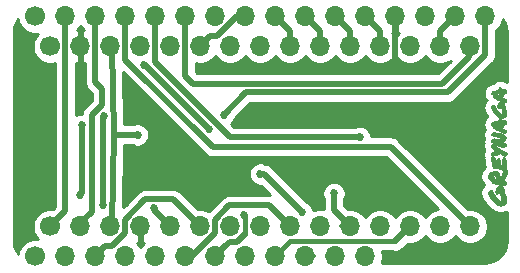
<source format=gbr>
G04 #@! TF.GenerationSoftware,KiCad,Pcbnew,5.1.5-52549c5~84~ubuntu18.04.1*
G04 #@! TF.CreationDate,2020-01-02T10:07:06-07:00*
G04 #@! TF.ProjectId,FeatherWing_KC5,46656174-6865-4725-9769-6e675f4b4335,rev?*
G04 #@! TF.SameCoordinates,Original*
G04 #@! TF.FileFunction,Copper,L1,Top*
G04 #@! TF.FilePolarity,Positive*
%FSLAX46Y46*%
G04 Gerber Fmt 4.6, Leading zero omitted, Abs format (unit mm)*
G04 Created by KiCad (PCBNEW 5.1.5-52549c5~84~ubuntu18.04.1) date 2020-01-02 10:07:06*
%MOMM*%
%LPD*%
G04 APERTURE LIST*
%ADD10C,0.010000*%
%ADD11O,1.700000X1.700000*%
%ADD12C,1.700000*%
%ADD13C,0.685800*%
%ADD14C,0.600000*%
%ADD15C,0.500000*%
%ADD16C,0.400000*%
%ADD17C,0.254000*%
G04 APERTURE END LIST*
D10*
G36*
X161129466Y-91272572D02*
G01*
X161158094Y-91229163D01*
X161168474Y-91216301D01*
X161202902Y-91170992D01*
X161221306Y-91138215D01*
X161222266Y-91133533D01*
X161238732Y-91111146D01*
X161279005Y-91081272D01*
X161285323Y-91077445D01*
X161335926Y-91054338D01*
X161386018Y-91052632D01*
X161433490Y-91063114D01*
X161486166Y-91080956D01*
X161516046Y-91098171D01*
X161518600Y-91102972D01*
X161538039Y-91113203D01*
X161590037Y-91126233D01*
X161665114Y-91139879D01*
X161703808Y-91145626D01*
X161915268Y-91186265D01*
X162089575Y-91244185D01*
X162226149Y-91319127D01*
X162324414Y-91410830D01*
X162339915Y-91431881D01*
X162379232Y-91506034D01*
X162385773Y-91572822D01*
X162357828Y-91640130D01*
X162293686Y-91715842D01*
X162274193Y-91734744D01*
X162212080Y-91789581D01*
X162155539Y-91832789D01*
X162116449Y-91855322D01*
X162115443Y-91855657D01*
X162079230Y-91872602D01*
X162069096Y-91884868D01*
X162086870Y-91905025D01*
X162131538Y-91933919D01*
X162190579Y-91964846D01*
X162251470Y-91991101D01*
X162291183Y-92003781D01*
X162360903Y-92034854D01*
X162410481Y-92083916D01*
X162428766Y-92138568D01*
X162413695Y-92183919D01*
X162391725Y-92211070D01*
X162328630Y-92255002D01*
X162249402Y-92295025D01*
X162171133Y-92323581D01*
X162115406Y-92333233D01*
X162078708Y-92324162D01*
X162010257Y-92298670D01*
X161916129Y-92259335D01*
X161802400Y-92208740D01*
X161675146Y-92149464D01*
X161616990Y-92121566D01*
X161491082Y-92061059D01*
X161377522Y-92007295D01*
X161281962Y-91962885D01*
X161210056Y-91930440D01*
X161167456Y-91912570D01*
X161158610Y-91909900D01*
X161139872Y-91898096D01*
X161145248Y-91860165D01*
X161175335Y-91792325D01*
X161177873Y-91787348D01*
X161245428Y-91686360D01*
X161324675Y-91625760D01*
X161417313Y-91604799D01*
X161525036Y-91622729D01*
X161539766Y-91627710D01*
X161592073Y-91639781D01*
X161664715Y-91648422D01*
X161747119Y-91653449D01*
X161828712Y-91654681D01*
X161898923Y-91651933D01*
X161947179Y-91645023D01*
X161963100Y-91635033D01*
X161943884Y-91601777D01*
X161891979Y-91563155D01*
X161816001Y-91523081D01*
X161724563Y-91485472D01*
X161626280Y-91454245D01*
X161529766Y-91433315D01*
X161514500Y-91431108D01*
X161442474Y-91417598D01*
X161359035Y-91396074D01*
X161274690Y-91370042D01*
X161199943Y-91343009D01*
X161145299Y-91318483D01*
X161121265Y-91299972D01*
X161121206Y-91299803D01*
X161129466Y-91272572D01*
G37*
X161129466Y-91272572D02*
X161158094Y-91229163D01*
X161168474Y-91216301D01*
X161202902Y-91170992D01*
X161221306Y-91138215D01*
X161222266Y-91133533D01*
X161238732Y-91111146D01*
X161279005Y-91081272D01*
X161285323Y-91077445D01*
X161335926Y-91054338D01*
X161386018Y-91052632D01*
X161433490Y-91063114D01*
X161486166Y-91080956D01*
X161516046Y-91098171D01*
X161518600Y-91102972D01*
X161538039Y-91113203D01*
X161590037Y-91126233D01*
X161665114Y-91139879D01*
X161703808Y-91145626D01*
X161915268Y-91186265D01*
X162089575Y-91244185D01*
X162226149Y-91319127D01*
X162324414Y-91410830D01*
X162339915Y-91431881D01*
X162379232Y-91506034D01*
X162385773Y-91572822D01*
X162357828Y-91640130D01*
X162293686Y-91715842D01*
X162274193Y-91734744D01*
X162212080Y-91789581D01*
X162155539Y-91832789D01*
X162116449Y-91855322D01*
X162115443Y-91855657D01*
X162079230Y-91872602D01*
X162069096Y-91884868D01*
X162086870Y-91905025D01*
X162131538Y-91933919D01*
X162190579Y-91964846D01*
X162251470Y-91991101D01*
X162291183Y-92003781D01*
X162360903Y-92034854D01*
X162410481Y-92083916D01*
X162428766Y-92138568D01*
X162413695Y-92183919D01*
X162391725Y-92211070D01*
X162328630Y-92255002D01*
X162249402Y-92295025D01*
X162171133Y-92323581D01*
X162115406Y-92333233D01*
X162078708Y-92324162D01*
X162010257Y-92298670D01*
X161916129Y-92259335D01*
X161802400Y-92208740D01*
X161675146Y-92149464D01*
X161616990Y-92121566D01*
X161491082Y-92061059D01*
X161377522Y-92007295D01*
X161281962Y-91962885D01*
X161210056Y-91930440D01*
X161167456Y-91912570D01*
X161158610Y-91909900D01*
X161139872Y-91898096D01*
X161145248Y-91860165D01*
X161175335Y-91792325D01*
X161177873Y-91787348D01*
X161245428Y-91686360D01*
X161324675Y-91625760D01*
X161417313Y-91604799D01*
X161525036Y-91622729D01*
X161539766Y-91627710D01*
X161592073Y-91639781D01*
X161664715Y-91648422D01*
X161747119Y-91653449D01*
X161828712Y-91654681D01*
X161898923Y-91651933D01*
X161947179Y-91645023D01*
X161963100Y-91635033D01*
X161943884Y-91601777D01*
X161891979Y-91563155D01*
X161816001Y-91523081D01*
X161724563Y-91485472D01*
X161626280Y-91454245D01*
X161529766Y-91433315D01*
X161514500Y-91431108D01*
X161442474Y-91417598D01*
X161359035Y-91396074D01*
X161274690Y-91370042D01*
X161199943Y-91343009D01*
X161145299Y-91318483D01*
X161121265Y-91299972D01*
X161121206Y-91299803D01*
X161129466Y-91272572D01*
G36*
X161149737Y-88940240D02*
G01*
X161179948Y-88886053D01*
X161218933Y-88832136D01*
X161257391Y-88791477D01*
X161284234Y-88776944D01*
X161332098Y-88771288D01*
X161362706Y-88764529D01*
X161385128Y-88763519D01*
X161407644Y-88777290D01*
X161435037Y-88811750D01*
X161472089Y-88872809D01*
X161518592Y-88957136D01*
X161655033Y-89179940D01*
X161803129Y-89364304D01*
X161959290Y-89508488D01*
X162079516Y-89603035D01*
X162090100Y-89481176D01*
X162093782Y-89413660D01*
X162092361Y-89365045D01*
X162087928Y-89348733D01*
X162078029Y-89323294D01*
X162066862Y-89270061D01*
X162061131Y-89232316D01*
X162046580Y-89147058D01*
X162027083Y-89061237D01*
X162020374Y-89037130D01*
X161993659Y-88947776D01*
X161933626Y-88978921D01*
X161882956Y-89000980D01*
X161846027Y-89010066D01*
X161815098Y-89025630D01*
X161810393Y-89034268D01*
X161790105Y-89047909D01*
X161755347Y-89032581D01*
X161715056Y-88994590D01*
X161678768Y-88941366D01*
X161640199Y-88869747D01*
X161727335Y-88710980D01*
X161774437Y-88630669D01*
X161821597Y-88559366D01*
X161860247Y-88509818D01*
X161867619Y-88502283D01*
X161903582Y-88462353D01*
X161920320Y-88431645D01*
X161920479Y-88429585D01*
X161902157Y-88412046D01*
X161857266Y-88385558D01*
X161857266Y-88013805D01*
X161857266Y-87931584D01*
X161854282Y-87869772D01*
X161846932Y-87823260D01*
X161845227Y-87817989D01*
X161822834Y-87800732D01*
X161773177Y-87802170D01*
X161692067Y-87822718D01*
X161645738Y-87837784D01*
X161635467Y-87854598D01*
X161662115Y-87886161D01*
X161726439Y-87933188D01*
X161788475Y-87972182D01*
X161857266Y-88013805D01*
X161857266Y-88385558D01*
X161853016Y-88383050D01*
X161781398Y-88347208D01*
X161726118Y-88322150D01*
X161584733Y-88257772D01*
X161480097Y-88203440D01*
X161408522Y-88156658D01*
X161366324Y-88114931D01*
X161349817Y-88075762D01*
X161349266Y-88066988D01*
X161330654Y-88008918D01*
X161278793Y-87942261D01*
X161199648Y-87874377D01*
X161184550Y-87863685D01*
X161156461Y-87840941D01*
X161146424Y-87815410D01*
X161152175Y-87772818D01*
X161163256Y-87729413D01*
X161192217Y-87652531D01*
X161235778Y-87603730D01*
X161304107Y-87574804D01*
X161370433Y-87562226D01*
X161441055Y-87550550D01*
X161532431Y-87533249D01*
X161619141Y-87515269D01*
X161700921Y-87495348D01*
X161748464Y-87477392D01*
X161769491Y-87457758D01*
X161772600Y-87442818D01*
X161783352Y-87397230D01*
X161809861Y-87341906D01*
X161843502Y-87290902D01*
X161875652Y-87258272D01*
X161888914Y-87253233D01*
X161918380Y-87268048D01*
X161961059Y-87305487D01*
X161981179Y-87327034D01*
X162025036Y-87372301D01*
X162062359Y-87391339D01*
X162112160Y-87391678D01*
X162136830Y-87388669D01*
X162235151Y-87395683D01*
X162324401Y-87441252D01*
X162398279Y-87521690D01*
X162416720Y-87552470D01*
X162441885Y-87607043D01*
X162444927Y-87648863D01*
X162429570Y-87695794D01*
X162403287Y-87739907D01*
X162377046Y-87753820D01*
X162374813Y-87753181D01*
X162342071Y-87759456D01*
X162311058Y-87783827D01*
X162272170Y-87818326D01*
X162243906Y-87815571D01*
X162216223Y-87773795D01*
X162212678Y-87766525D01*
X162181926Y-87722669D01*
X162151944Y-87707882D01*
X162132495Y-87722802D01*
X162131886Y-87761233D01*
X162137515Y-87811529D01*
X162141396Y-87885090D01*
X162142469Y-87940400D01*
X162140564Y-88013771D01*
X162131740Y-88056628D01*
X162112533Y-88080646D01*
X162098405Y-88089016D01*
X162071622Y-88111354D01*
X162080274Y-88135589D01*
X162126358Y-88163483D01*
X162211869Y-88196800D01*
X162225850Y-88201575D01*
X162298542Y-88230172D01*
X162359871Y-88261314D01*
X162386425Y-88279809D01*
X162420348Y-88333216D01*
X162426967Y-88396809D01*
X162409849Y-88458040D01*
X162372561Y-88504360D01*
X162318670Y-88523222D01*
X162317224Y-88523233D01*
X162279617Y-88534865D01*
X162269981Y-88544457D01*
X162241760Y-88554153D01*
X162217920Y-88544839D01*
X162194548Y-88534106D01*
X162190215Y-88542347D01*
X162204810Y-88577348D01*
X162217082Y-88602990D01*
X162239451Y-88659342D01*
X162268515Y-88746795D01*
X162301367Y-88855220D01*
X162335102Y-88974485D01*
X162366816Y-89094463D01*
X162393602Y-89205023D01*
X162405642Y-89260390D01*
X162428677Y-89431148D01*
X162421292Y-89572847D01*
X162382955Y-89686407D01*
X162313133Y-89772749D01*
X162211295Y-89832795D01*
X162076907Y-89867465D01*
X162052921Y-89870652D01*
X161947370Y-89883153D01*
X161991280Y-89949318D01*
X162023834Y-89991012D01*
X162058578Y-90008297D01*
X162113640Y-90009010D01*
X162127029Y-90007990D01*
X162201229Y-90009363D01*
X162269543Y-90022191D01*
X162282033Y-90026660D01*
X162353851Y-90073964D01*
X162406815Y-90142297D01*
X162435131Y-90219850D01*
X162433002Y-90294815D01*
X162424564Y-90317108D01*
X162393623Y-90353685D01*
X162365312Y-90364733D01*
X162324712Y-90379488D01*
X162291635Y-90406567D01*
X162252201Y-90435720D01*
X162225738Y-90426277D01*
X162217100Y-90385395D01*
X162203468Y-90350721D01*
X162172766Y-90321064D01*
X162140282Y-90308618D01*
X162127101Y-90313621D01*
X162124393Y-90339297D01*
X162131418Y-90389148D01*
X162134396Y-90402835D01*
X162152662Y-90519344D01*
X162149735Y-90614438D01*
X162126174Y-90681606D01*
X162108726Y-90701200D01*
X162063853Y-90737536D01*
X162117345Y-90772585D01*
X162171730Y-90799716D01*
X162243172Y-90825252D01*
X162267108Y-90831875D01*
X162354319Y-90869221D01*
X162408406Y-90926855D01*
X162425867Y-91000687D01*
X162424763Y-91016146D01*
X162401363Y-91068453D01*
X162352691Y-91116556D01*
X162293178Y-91150058D01*
X162237257Y-91158566D01*
X162229408Y-91156855D01*
X162210395Y-91150359D01*
X162180321Y-91138285D01*
X162135253Y-91118863D01*
X162071262Y-91090321D01*
X161984416Y-91050890D01*
X161870785Y-90998799D01*
X161857266Y-90992569D01*
X161857266Y-90621442D01*
X161857266Y-90526087D01*
X161853170Y-90466010D01*
X161842837Y-90425683D01*
X161837185Y-90418321D01*
X161806211Y-90415760D01*
X161750716Y-90423472D01*
X161719949Y-90430374D01*
X161662735Y-90446460D01*
X161640019Y-90460315D01*
X161644853Y-90478332D01*
X161654861Y-90490272D01*
X161692969Y-90522443D01*
X161750139Y-90560696D01*
X161772097Y-90573574D01*
X161857266Y-90621442D01*
X161857266Y-90992569D01*
X161726438Y-90932277D01*
X161557706Y-90854300D01*
X161460349Y-90805846D01*
X161397292Y-90764730D01*
X161362442Y-90725618D01*
X161349708Y-90683175D01*
X161349266Y-90671779D01*
X161329937Y-90621350D01*
X161271784Y-90555262D01*
X161243485Y-90529481D01*
X161137704Y-90436947D01*
X161174694Y-90321465D01*
X161197145Y-90256088D01*
X161218946Y-90219736D01*
X161252167Y-90201059D01*
X161308880Y-90188704D01*
X161317516Y-90187165D01*
X161465433Y-90160401D01*
X161576801Y-90138752D01*
X161656864Y-90120598D01*
X161710868Y-90104317D01*
X161744056Y-90088289D01*
X161761674Y-90070892D01*
X161768966Y-90050506D01*
X161769437Y-90047493D01*
X161787279Y-89991945D01*
X161817062Y-89938410D01*
X161847440Y-89889502D01*
X161851059Y-89854823D01*
X161824130Y-89823402D01*
X161764071Y-89784973D01*
X161708257Y-89744819D01*
X161636689Y-89682930D01*
X161561098Y-89609764D01*
X161525946Y-89572746D01*
X161464461Y-89500554D01*
X161396875Y-89412509D01*
X161328145Y-89316155D01*
X161263227Y-89219034D01*
X161207078Y-89128693D01*
X161164656Y-89052673D01*
X161140916Y-88998520D01*
X161137600Y-88981709D01*
X161149737Y-88940240D01*
G37*
X161149737Y-88940240D02*
X161179948Y-88886053D01*
X161218933Y-88832136D01*
X161257391Y-88791477D01*
X161284234Y-88776944D01*
X161332098Y-88771288D01*
X161362706Y-88764529D01*
X161385128Y-88763519D01*
X161407644Y-88777290D01*
X161435037Y-88811750D01*
X161472089Y-88872809D01*
X161518592Y-88957136D01*
X161655033Y-89179940D01*
X161803129Y-89364304D01*
X161959290Y-89508488D01*
X162079516Y-89603035D01*
X162090100Y-89481176D01*
X162093782Y-89413660D01*
X162092361Y-89365045D01*
X162087928Y-89348733D01*
X162078029Y-89323294D01*
X162066862Y-89270061D01*
X162061131Y-89232316D01*
X162046580Y-89147058D01*
X162027083Y-89061237D01*
X162020374Y-89037130D01*
X161993659Y-88947776D01*
X161933626Y-88978921D01*
X161882956Y-89000980D01*
X161846027Y-89010066D01*
X161815098Y-89025630D01*
X161810393Y-89034268D01*
X161790105Y-89047909D01*
X161755347Y-89032581D01*
X161715056Y-88994590D01*
X161678768Y-88941366D01*
X161640199Y-88869747D01*
X161727335Y-88710980D01*
X161774437Y-88630669D01*
X161821597Y-88559366D01*
X161860247Y-88509818D01*
X161867619Y-88502283D01*
X161903582Y-88462353D01*
X161920320Y-88431645D01*
X161920479Y-88429585D01*
X161902157Y-88412046D01*
X161857266Y-88385558D01*
X161857266Y-88013805D01*
X161857266Y-87931584D01*
X161854282Y-87869772D01*
X161846932Y-87823260D01*
X161845227Y-87817989D01*
X161822834Y-87800732D01*
X161773177Y-87802170D01*
X161692067Y-87822718D01*
X161645738Y-87837784D01*
X161635467Y-87854598D01*
X161662115Y-87886161D01*
X161726439Y-87933188D01*
X161788475Y-87972182D01*
X161857266Y-88013805D01*
X161857266Y-88385558D01*
X161853016Y-88383050D01*
X161781398Y-88347208D01*
X161726118Y-88322150D01*
X161584733Y-88257772D01*
X161480097Y-88203440D01*
X161408522Y-88156658D01*
X161366324Y-88114931D01*
X161349817Y-88075762D01*
X161349266Y-88066988D01*
X161330654Y-88008918D01*
X161278793Y-87942261D01*
X161199648Y-87874377D01*
X161184550Y-87863685D01*
X161156461Y-87840941D01*
X161146424Y-87815410D01*
X161152175Y-87772818D01*
X161163256Y-87729413D01*
X161192217Y-87652531D01*
X161235778Y-87603730D01*
X161304107Y-87574804D01*
X161370433Y-87562226D01*
X161441055Y-87550550D01*
X161532431Y-87533249D01*
X161619141Y-87515269D01*
X161700921Y-87495348D01*
X161748464Y-87477392D01*
X161769491Y-87457758D01*
X161772600Y-87442818D01*
X161783352Y-87397230D01*
X161809861Y-87341906D01*
X161843502Y-87290902D01*
X161875652Y-87258272D01*
X161888914Y-87253233D01*
X161918380Y-87268048D01*
X161961059Y-87305487D01*
X161981179Y-87327034D01*
X162025036Y-87372301D01*
X162062359Y-87391339D01*
X162112160Y-87391678D01*
X162136830Y-87388669D01*
X162235151Y-87395683D01*
X162324401Y-87441252D01*
X162398279Y-87521690D01*
X162416720Y-87552470D01*
X162441885Y-87607043D01*
X162444927Y-87648863D01*
X162429570Y-87695794D01*
X162403287Y-87739907D01*
X162377046Y-87753820D01*
X162374813Y-87753181D01*
X162342071Y-87759456D01*
X162311058Y-87783827D01*
X162272170Y-87818326D01*
X162243906Y-87815571D01*
X162216223Y-87773795D01*
X162212678Y-87766525D01*
X162181926Y-87722669D01*
X162151944Y-87707882D01*
X162132495Y-87722802D01*
X162131886Y-87761233D01*
X162137515Y-87811529D01*
X162141396Y-87885090D01*
X162142469Y-87940400D01*
X162140564Y-88013771D01*
X162131740Y-88056628D01*
X162112533Y-88080646D01*
X162098405Y-88089016D01*
X162071622Y-88111354D01*
X162080274Y-88135589D01*
X162126358Y-88163483D01*
X162211869Y-88196800D01*
X162225850Y-88201575D01*
X162298542Y-88230172D01*
X162359871Y-88261314D01*
X162386425Y-88279809D01*
X162420348Y-88333216D01*
X162426967Y-88396809D01*
X162409849Y-88458040D01*
X162372561Y-88504360D01*
X162318670Y-88523222D01*
X162317224Y-88523233D01*
X162279617Y-88534865D01*
X162269981Y-88544457D01*
X162241760Y-88554153D01*
X162217920Y-88544839D01*
X162194548Y-88534106D01*
X162190215Y-88542347D01*
X162204810Y-88577348D01*
X162217082Y-88602990D01*
X162239451Y-88659342D01*
X162268515Y-88746795D01*
X162301367Y-88855220D01*
X162335102Y-88974485D01*
X162366816Y-89094463D01*
X162393602Y-89205023D01*
X162405642Y-89260390D01*
X162428677Y-89431148D01*
X162421292Y-89572847D01*
X162382955Y-89686407D01*
X162313133Y-89772749D01*
X162211295Y-89832795D01*
X162076907Y-89867465D01*
X162052921Y-89870652D01*
X161947370Y-89883153D01*
X161991280Y-89949318D01*
X162023834Y-89991012D01*
X162058578Y-90008297D01*
X162113640Y-90009010D01*
X162127029Y-90007990D01*
X162201229Y-90009363D01*
X162269543Y-90022191D01*
X162282033Y-90026660D01*
X162353851Y-90073964D01*
X162406815Y-90142297D01*
X162435131Y-90219850D01*
X162433002Y-90294815D01*
X162424564Y-90317108D01*
X162393623Y-90353685D01*
X162365312Y-90364733D01*
X162324712Y-90379488D01*
X162291635Y-90406567D01*
X162252201Y-90435720D01*
X162225738Y-90426277D01*
X162217100Y-90385395D01*
X162203468Y-90350721D01*
X162172766Y-90321064D01*
X162140282Y-90308618D01*
X162127101Y-90313621D01*
X162124393Y-90339297D01*
X162131418Y-90389148D01*
X162134396Y-90402835D01*
X162152662Y-90519344D01*
X162149735Y-90614438D01*
X162126174Y-90681606D01*
X162108726Y-90701200D01*
X162063853Y-90737536D01*
X162117345Y-90772585D01*
X162171730Y-90799716D01*
X162243172Y-90825252D01*
X162267108Y-90831875D01*
X162354319Y-90869221D01*
X162408406Y-90926855D01*
X162425867Y-91000687D01*
X162424763Y-91016146D01*
X162401363Y-91068453D01*
X162352691Y-91116556D01*
X162293178Y-91150058D01*
X162237257Y-91158566D01*
X162229408Y-91156855D01*
X162210395Y-91150359D01*
X162180321Y-91138285D01*
X162135253Y-91118863D01*
X162071262Y-91090321D01*
X161984416Y-91050890D01*
X161870785Y-90998799D01*
X161857266Y-90992569D01*
X161857266Y-90621442D01*
X161857266Y-90526087D01*
X161853170Y-90466010D01*
X161842837Y-90425683D01*
X161837185Y-90418321D01*
X161806211Y-90415760D01*
X161750716Y-90423472D01*
X161719949Y-90430374D01*
X161662735Y-90446460D01*
X161640019Y-90460315D01*
X161644853Y-90478332D01*
X161654861Y-90490272D01*
X161692969Y-90522443D01*
X161750139Y-90560696D01*
X161772097Y-90573574D01*
X161857266Y-90621442D01*
X161857266Y-90992569D01*
X161726438Y-90932277D01*
X161557706Y-90854300D01*
X161460349Y-90805846D01*
X161397292Y-90764730D01*
X161362442Y-90725618D01*
X161349708Y-90683175D01*
X161349266Y-90671779D01*
X161329937Y-90621350D01*
X161271784Y-90555262D01*
X161243485Y-90529481D01*
X161137704Y-90436947D01*
X161174694Y-90321465D01*
X161197145Y-90256088D01*
X161218946Y-90219736D01*
X161252167Y-90201059D01*
X161308880Y-90188704D01*
X161317516Y-90187165D01*
X161465433Y-90160401D01*
X161576801Y-90138752D01*
X161656864Y-90120598D01*
X161710868Y-90104317D01*
X161744056Y-90088289D01*
X161761674Y-90070892D01*
X161768966Y-90050506D01*
X161769437Y-90047493D01*
X161787279Y-89991945D01*
X161817062Y-89938410D01*
X161847440Y-89889502D01*
X161851059Y-89854823D01*
X161824130Y-89823402D01*
X161764071Y-89784973D01*
X161708257Y-89744819D01*
X161636689Y-89682930D01*
X161561098Y-89609764D01*
X161525946Y-89572746D01*
X161464461Y-89500554D01*
X161396875Y-89412509D01*
X161328145Y-89316155D01*
X161263227Y-89219034D01*
X161207078Y-89128693D01*
X161164656Y-89052673D01*
X161140916Y-88998520D01*
X161137600Y-88981709D01*
X161149737Y-88940240D01*
G36*
X161130010Y-92208927D02*
G01*
X161164536Y-92158111D01*
X161188050Y-92130414D01*
X161233287Y-92087281D01*
X161274756Y-92067022D01*
X161319364Y-92071506D01*
X161374020Y-92102601D01*
X161445630Y-92162176D01*
X161503006Y-92215596D01*
X161610528Y-92305948D01*
X161755953Y-92408970D01*
X161937230Y-92523339D01*
X162152308Y-92647733D01*
X162291183Y-92723659D01*
X162396368Y-92785068D01*
X162463213Y-92835673D01*
X162490774Y-92874728D01*
X162491438Y-92882320D01*
X162483199Y-92908049D01*
X162464320Y-92954472D01*
X162462719Y-92958163D01*
X162418339Y-93017378D01*
X162352677Y-93060110D01*
X162292335Y-93074066D01*
X162262491Y-93064833D01*
X162204502Y-93039899D01*
X162127614Y-93003417D01*
X162065790Y-92972353D01*
X161867850Y-92870640D01*
X161798284Y-92917848D01*
X161739895Y-92949331D01*
X161661177Y-92976520D01*
X161555656Y-93001101D01*
X161416859Y-93024761D01*
X161351417Y-93034227D01*
X161269523Y-93044509D01*
X161217994Y-93046554D01*
X161185470Y-93039283D01*
X161160593Y-93021614D01*
X161154273Y-93015481D01*
X161131330Y-92989686D01*
X161125313Y-92965420D01*
X161136876Y-92928802D01*
X161160765Y-92878117D01*
X161193406Y-92819170D01*
X161229896Y-92778571D01*
X161280443Y-92750003D01*
X161355251Y-92727152D01*
X161432029Y-92710248D01*
X161567708Y-92682483D01*
X161461110Y-92607941D01*
X161337751Y-92515247D01*
X161237979Y-92427090D01*
X161165634Y-92347512D01*
X161124554Y-92280555D01*
X161116433Y-92245035D01*
X161130010Y-92208927D01*
G37*
X161130010Y-92208927D02*
X161164536Y-92158111D01*
X161188050Y-92130414D01*
X161233287Y-92087281D01*
X161274756Y-92067022D01*
X161319364Y-92071506D01*
X161374020Y-92102601D01*
X161445630Y-92162176D01*
X161503006Y-92215596D01*
X161610528Y-92305948D01*
X161755953Y-92408970D01*
X161937230Y-92523339D01*
X162152308Y-92647733D01*
X162291183Y-92723659D01*
X162396368Y-92785068D01*
X162463213Y-92835673D01*
X162490774Y-92874728D01*
X162491438Y-92882320D01*
X162483199Y-92908049D01*
X162464320Y-92954472D01*
X162462719Y-92958163D01*
X162418339Y-93017378D01*
X162352677Y-93060110D01*
X162292335Y-93074066D01*
X162262491Y-93064833D01*
X162204502Y-93039899D01*
X162127614Y-93003417D01*
X162065790Y-92972353D01*
X161867850Y-92870640D01*
X161798284Y-92917848D01*
X161739895Y-92949331D01*
X161661177Y-92976520D01*
X161555656Y-93001101D01*
X161416859Y-93024761D01*
X161351417Y-93034227D01*
X161269523Y-93044509D01*
X161217994Y-93046554D01*
X161185470Y-93039283D01*
X161160593Y-93021614D01*
X161154273Y-93015481D01*
X161131330Y-92989686D01*
X161125313Y-92965420D01*
X161136876Y-92928802D01*
X161160765Y-92878117D01*
X161193406Y-92819170D01*
X161229896Y-92778571D01*
X161280443Y-92750003D01*
X161355251Y-92727152D01*
X161432029Y-92710248D01*
X161567708Y-92682483D01*
X161461110Y-92607941D01*
X161337751Y-92515247D01*
X161237979Y-92427090D01*
X161165634Y-92347512D01*
X161124554Y-92280555D01*
X161116433Y-92245035D01*
X161130010Y-92208927D01*
G36*
X160881771Y-94730146D02*
G01*
X160934887Y-94646808D01*
X161014436Y-94564142D01*
X161113071Y-94487504D01*
X161223445Y-94422250D01*
X161338212Y-94373737D01*
X161450026Y-94347324D01*
X161499753Y-94344066D01*
X161564602Y-94346885D01*
X161610716Y-94360434D01*
X161654941Y-94392356D01*
X161698070Y-94434025D01*
X161749162Y-94493014D01*
X161791482Y-94561712D01*
X161831790Y-94652311D01*
X161857812Y-94722235D01*
X161890371Y-94811748D01*
X161913129Y-94866721D01*
X161929639Y-94892790D01*
X161943455Y-94895587D01*
X161957950Y-94880985D01*
X162017205Y-94783500D01*
X162063404Y-94663356D01*
X162100093Y-94511199D01*
X162102110Y-94500631D01*
X162120042Y-94412166D01*
X162137631Y-94336703D01*
X162152015Y-94286132D01*
X162156361Y-94275275D01*
X162163017Y-94250916D01*
X162143796Y-94240360D01*
X162097116Y-94238233D01*
X162031990Y-94227230D01*
X161941393Y-94196451D01*
X161844187Y-94153566D01*
X161748618Y-94108655D01*
X161682775Y-94081962D01*
X161639152Y-94071562D01*
X161610242Y-94075528D01*
X161591624Y-94088761D01*
X161560340Y-94102732D01*
X161502553Y-94116561D01*
X161462484Y-94122960D01*
X161396695Y-94129556D01*
X161358453Y-94124817D01*
X161333695Y-94105189D01*
X161321030Y-94087224D01*
X161298191Y-94036912D01*
X161271178Y-93953852D01*
X161242218Y-93847141D01*
X161213537Y-93725878D01*
X161187361Y-93599162D01*
X161165917Y-93476091D01*
X161157917Y-93420669D01*
X161146361Y-93329201D01*
X161141601Y-93269702D01*
X161144447Y-93232236D01*
X161155706Y-93206863D01*
X161176187Y-93183648D01*
X161177288Y-93182544D01*
X161209520Y-93143872D01*
X161222266Y-93116400D01*
X161240624Y-93101398D01*
X161284230Y-93095233D01*
X161351112Y-93115246D01*
X161404325Y-93174949D01*
X161443497Y-93273844D01*
X161455110Y-93324061D01*
X161474503Y-93412220D01*
X161497304Y-93501346D01*
X161508499Y-93539733D01*
X161529511Y-93611492D01*
X161546328Y-93676548D01*
X161549991Y-93693191D01*
X161570282Y-93738065D01*
X161596006Y-93751400D01*
X161613299Y-93746211D01*
X161621750Y-93724962D01*
X161622470Y-93679127D01*
X161616567Y-93600180D01*
X161616209Y-93596205D01*
X161602145Y-93441010D01*
X161675368Y-93363372D01*
X161723950Y-93318339D01*
X161765940Y-93290323D01*
X161781333Y-93285733D01*
X161808575Y-93302869D01*
X161845952Y-93347336D01*
X161877806Y-93396858D01*
X161911669Y-93461530D01*
X161931004Y-93518810D01*
X161939722Y-93585558D01*
X161941734Y-93672336D01*
X161942544Y-93755316D01*
X161947189Y-93807016D01*
X161959366Y-93838489D01*
X161982772Y-93860787D01*
X162010725Y-93878632D01*
X162059223Y-93905888D01*
X162091885Y-93920081D01*
X162095391Y-93920654D01*
X162106267Y-93901202D01*
X162110740Y-93848207D01*
X162109130Y-93769920D01*
X162101760Y-93674594D01*
X162088951Y-93570481D01*
X162079416Y-93510804D01*
X162047566Y-93328162D01*
X162125067Y-93255062D01*
X162178982Y-93210604D01*
X162221409Y-93197999D01*
X162264449Y-93218165D01*
X162318052Y-93269716D01*
X162353656Y-93329837D01*
X162385502Y-93427888D01*
X162412558Y-93559556D01*
X162433791Y-93720525D01*
X162438980Y-93775131D01*
X162441901Y-93932069D01*
X162420230Y-94055085D01*
X162373820Y-94144820D01*
X162348154Y-94171662D01*
X162312943Y-94203919D01*
X162308624Y-94215253D01*
X162333601Y-94211881D01*
X162338065Y-94210880D01*
X162394969Y-94219223D01*
X162438607Y-94249982D01*
X162479346Y-94316522D01*
X162491277Y-94413635D01*
X162474407Y-94540882D01*
X162430315Y-94693316D01*
X162359947Y-94875428D01*
X162287292Y-95023994D01*
X162217100Y-95130780D01*
X162217100Y-94238233D01*
X162234522Y-94230489D01*
X162231211Y-94224122D01*
X162206091Y-94221589D01*
X162202988Y-94224122D01*
X162205894Y-94236706D01*
X162217100Y-94238233D01*
X162217100Y-95130780D01*
X162214399Y-95134890D01*
X162205807Y-95145382D01*
X162171802Y-95187440D01*
X162163988Y-95206524D01*
X162180877Y-95211697D01*
X162194894Y-95211900D01*
X162241818Y-95221338D01*
X162303549Y-95244869D01*
X162321988Y-95253751D01*
X162389685Y-95305810D01*
X162422304Y-95370813D01*
X162417100Y-95441045D01*
X162400497Y-95474142D01*
X162351417Y-95516659D01*
X162274483Y-95548447D01*
X162183629Y-95565544D01*
X162092792Y-95563986D01*
X162087397Y-95563173D01*
X161999820Y-95549169D01*
X162065731Y-95624237D01*
X162105979Y-95672705D01*
X162138670Y-95720479D01*
X162167156Y-95775356D01*
X162194786Y-95845135D01*
X162224912Y-95937615D01*
X162260886Y-96060595D01*
X162275554Y-96112557D01*
X162339802Y-96358542D01*
X162384802Y-96570004D01*
X162410471Y-96746285D01*
X162416731Y-96886729D01*
X162403500Y-96990677D01*
X162387794Y-97032233D01*
X162308752Y-97139441D01*
X162199752Y-97220296D01*
X162066062Y-97271926D01*
X161912950Y-97291456D01*
X161912545Y-97291462D01*
X161807340Y-97274214D01*
X161689420Y-97222064D01*
X161563204Y-97138826D01*
X161433107Y-97028310D01*
X161303548Y-96894329D01*
X161178944Y-96740693D01*
X161063711Y-96571214D01*
X161047951Y-96545400D01*
X160997010Y-96462117D01*
X160949904Y-96387518D01*
X160913614Y-96332552D01*
X160901060Y-96315004D01*
X160875884Y-96268107D01*
X160863492Y-96217877D01*
X160865692Y-96178594D01*
X160882014Y-96164400D01*
X160902805Y-96147429D01*
X160933669Y-96104268D01*
X160951041Y-96074762D01*
X160988412Y-96016878D01*
X161027538Y-95986563D01*
X161084341Y-95971495D01*
X161084511Y-95971467D01*
X161143489Y-95964744D01*
X161185271Y-95965063D01*
X161191053Y-95966452D01*
X161210104Y-95988280D01*
X161241457Y-96039028D01*
X161279467Y-96109277D01*
X161294192Y-96138538D01*
X161346308Y-96237912D01*
X161406980Y-96344399D01*
X161463501Y-96435735D01*
X161466031Y-96439566D01*
X161531781Y-96527062D01*
X161619899Y-96628406D01*
X161719564Y-96732468D01*
X161819953Y-96828120D01*
X161910247Y-96904232D01*
X161936729Y-96923685D01*
X161982059Y-96952531D01*
X162005592Y-96956731D01*
X162018463Y-96938238D01*
X162018541Y-96938037D01*
X162025248Y-96888500D01*
X162022623Y-96806326D01*
X162011550Y-96699962D01*
X161992911Y-96577854D01*
X161973683Y-96479591D01*
X161973683Y-95550566D01*
X161984266Y-95539983D01*
X161973683Y-95529400D01*
X161963100Y-95539983D01*
X161973683Y-95550566D01*
X161973683Y-96479591D01*
X161967589Y-96448448D01*
X161967175Y-96446550D01*
X161942609Y-96336692D01*
X161922988Y-96262976D01*
X161904418Y-96220142D01*
X161883009Y-96202929D01*
X161854867Y-96206080D01*
X161816099Y-96224334D01*
X161806504Y-96229454D01*
X161750450Y-96253975D01*
X161706883Y-96263476D01*
X161697466Y-96262176D01*
X161667898Y-96265895D01*
X161661573Y-96275230D01*
X161640683Y-96291272D01*
X161604569Y-96274910D01*
X161559457Y-96230239D01*
X161527776Y-96187237D01*
X161471469Y-96102152D01*
X161553243Y-95941339D01*
X161609333Y-95843264D01*
X161678547Y-95739252D01*
X161746132Y-95651439D01*
X161747649Y-95649671D01*
X161802393Y-95583965D01*
X161830957Y-95543017D01*
X161836463Y-95521034D01*
X161822033Y-95512222D01*
X161821732Y-95512169D01*
X161764620Y-95501185D01*
X161685274Y-95484459D01*
X161593290Y-95464194D01*
X161555198Y-95455535D01*
X161555198Y-95040279D01*
X161576509Y-95036855D01*
X161575567Y-95000896D01*
X161554410Y-94930068D01*
X161527617Y-94855669D01*
X161492436Y-94771805D01*
X161460390Y-94726947D01*
X161425885Y-94718678D01*
X161383326Y-94744578D01*
X161348865Y-94778410D01*
X161323026Y-94810443D01*
X161317009Y-94838241D01*
X161334596Y-94869491D01*
X161379572Y-94911879D01*
X161437681Y-94958868D01*
X161509601Y-95013505D01*
X161555198Y-95040279D01*
X161555198Y-95455535D01*
X161498260Y-95442591D01*
X161409779Y-95421851D01*
X161337440Y-95404175D01*
X161290838Y-95391765D01*
X161278997Y-95387633D01*
X161268448Y-95360727D01*
X161269451Y-95315443D01*
X161271084Y-95281024D01*
X161261187Y-95249852D01*
X161234372Y-95215556D01*
X161185249Y-95171766D01*
X161108431Y-95112110D01*
X161078457Y-95089627D01*
X160975229Y-95001809D01*
X160903518Y-94917353D01*
X160866711Y-94840666D01*
X160862433Y-94808797D01*
X160881771Y-94730146D01*
G37*
X160881771Y-94730146D02*
X160934887Y-94646808D01*
X161014436Y-94564142D01*
X161113071Y-94487504D01*
X161223445Y-94422250D01*
X161338212Y-94373737D01*
X161450026Y-94347324D01*
X161499753Y-94344066D01*
X161564602Y-94346885D01*
X161610716Y-94360434D01*
X161654941Y-94392356D01*
X161698070Y-94434025D01*
X161749162Y-94493014D01*
X161791482Y-94561712D01*
X161831790Y-94652311D01*
X161857812Y-94722235D01*
X161890371Y-94811748D01*
X161913129Y-94866721D01*
X161929639Y-94892790D01*
X161943455Y-94895587D01*
X161957950Y-94880985D01*
X162017205Y-94783500D01*
X162063404Y-94663356D01*
X162100093Y-94511199D01*
X162102110Y-94500631D01*
X162120042Y-94412166D01*
X162137631Y-94336703D01*
X162152015Y-94286132D01*
X162156361Y-94275275D01*
X162163017Y-94250916D01*
X162143796Y-94240360D01*
X162097116Y-94238233D01*
X162031990Y-94227230D01*
X161941393Y-94196451D01*
X161844187Y-94153566D01*
X161748618Y-94108655D01*
X161682775Y-94081962D01*
X161639152Y-94071562D01*
X161610242Y-94075528D01*
X161591624Y-94088761D01*
X161560340Y-94102732D01*
X161502553Y-94116561D01*
X161462484Y-94122960D01*
X161396695Y-94129556D01*
X161358453Y-94124817D01*
X161333695Y-94105189D01*
X161321030Y-94087224D01*
X161298191Y-94036912D01*
X161271178Y-93953852D01*
X161242218Y-93847141D01*
X161213537Y-93725878D01*
X161187361Y-93599162D01*
X161165917Y-93476091D01*
X161157917Y-93420669D01*
X161146361Y-93329201D01*
X161141601Y-93269702D01*
X161144447Y-93232236D01*
X161155706Y-93206863D01*
X161176187Y-93183648D01*
X161177288Y-93182544D01*
X161209520Y-93143872D01*
X161222266Y-93116400D01*
X161240624Y-93101398D01*
X161284230Y-93095233D01*
X161351112Y-93115246D01*
X161404325Y-93174949D01*
X161443497Y-93273844D01*
X161455110Y-93324061D01*
X161474503Y-93412220D01*
X161497304Y-93501346D01*
X161508499Y-93539733D01*
X161529511Y-93611492D01*
X161546328Y-93676548D01*
X161549991Y-93693191D01*
X161570282Y-93738065D01*
X161596006Y-93751400D01*
X161613299Y-93746211D01*
X161621750Y-93724962D01*
X161622470Y-93679127D01*
X161616567Y-93600180D01*
X161616209Y-93596205D01*
X161602145Y-93441010D01*
X161675368Y-93363372D01*
X161723950Y-93318339D01*
X161765940Y-93290323D01*
X161781333Y-93285733D01*
X161808575Y-93302869D01*
X161845952Y-93347336D01*
X161877806Y-93396858D01*
X161911669Y-93461530D01*
X161931004Y-93518810D01*
X161939722Y-93585558D01*
X161941734Y-93672336D01*
X161942544Y-93755316D01*
X161947189Y-93807016D01*
X161959366Y-93838489D01*
X161982772Y-93860787D01*
X162010725Y-93878632D01*
X162059223Y-93905888D01*
X162091885Y-93920081D01*
X162095391Y-93920654D01*
X162106267Y-93901202D01*
X162110740Y-93848207D01*
X162109130Y-93769920D01*
X162101760Y-93674594D01*
X162088951Y-93570481D01*
X162079416Y-93510804D01*
X162047566Y-93328162D01*
X162125067Y-93255062D01*
X162178982Y-93210604D01*
X162221409Y-93197999D01*
X162264449Y-93218165D01*
X162318052Y-93269716D01*
X162353656Y-93329837D01*
X162385502Y-93427888D01*
X162412558Y-93559556D01*
X162433791Y-93720525D01*
X162438980Y-93775131D01*
X162441901Y-93932069D01*
X162420230Y-94055085D01*
X162373820Y-94144820D01*
X162348154Y-94171662D01*
X162312943Y-94203919D01*
X162308624Y-94215253D01*
X162333601Y-94211881D01*
X162338065Y-94210880D01*
X162394969Y-94219223D01*
X162438607Y-94249982D01*
X162479346Y-94316522D01*
X162491277Y-94413635D01*
X162474407Y-94540882D01*
X162430315Y-94693316D01*
X162359947Y-94875428D01*
X162287292Y-95023994D01*
X162217100Y-95130780D01*
X162217100Y-94238233D01*
X162234522Y-94230489D01*
X162231211Y-94224122D01*
X162206091Y-94221589D01*
X162202988Y-94224122D01*
X162205894Y-94236706D01*
X162217100Y-94238233D01*
X162217100Y-95130780D01*
X162214399Y-95134890D01*
X162205807Y-95145382D01*
X162171802Y-95187440D01*
X162163988Y-95206524D01*
X162180877Y-95211697D01*
X162194894Y-95211900D01*
X162241818Y-95221338D01*
X162303549Y-95244869D01*
X162321988Y-95253751D01*
X162389685Y-95305810D01*
X162422304Y-95370813D01*
X162417100Y-95441045D01*
X162400497Y-95474142D01*
X162351417Y-95516659D01*
X162274483Y-95548447D01*
X162183629Y-95565544D01*
X162092792Y-95563986D01*
X162087397Y-95563173D01*
X161999820Y-95549169D01*
X162065731Y-95624237D01*
X162105979Y-95672705D01*
X162138670Y-95720479D01*
X162167156Y-95775356D01*
X162194786Y-95845135D01*
X162224912Y-95937615D01*
X162260886Y-96060595D01*
X162275554Y-96112557D01*
X162339802Y-96358542D01*
X162384802Y-96570004D01*
X162410471Y-96746285D01*
X162416731Y-96886729D01*
X162403500Y-96990677D01*
X162387794Y-97032233D01*
X162308752Y-97139441D01*
X162199752Y-97220296D01*
X162066062Y-97271926D01*
X161912950Y-97291456D01*
X161912545Y-97291462D01*
X161807340Y-97274214D01*
X161689420Y-97222064D01*
X161563204Y-97138826D01*
X161433107Y-97028310D01*
X161303548Y-96894329D01*
X161178944Y-96740693D01*
X161063711Y-96571214D01*
X161047951Y-96545400D01*
X160997010Y-96462117D01*
X160949904Y-96387518D01*
X160913614Y-96332552D01*
X160901060Y-96315004D01*
X160875884Y-96268107D01*
X160863492Y-96217877D01*
X160865692Y-96178594D01*
X160882014Y-96164400D01*
X160902805Y-96147429D01*
X160933669Y-96104268D01*
X160951041Y-96074762D01*
X160988412Y-96016878D01*
X161027538Y-95986563D01*
X161084341Y-95971495D01*
X161084511Y-95971467D01*
X161143489Y-95964744D01*
X161185271Y-95965063D01*
X161191053Y-95966452D01*
X161210104Y-95988280D01*
X161241457Y-96039028D01*
X161279467Y-96109277D01*
X161294192Y-96138538D01*
X161346308Y-96237912D01*
X161406980Y-96344399D01*
X161463501Y-96435735D01*
X161466031Y-96439566D01*
X161531781Y-96527062D01*
X161619899Y-96628406D01*
X161719564Y-96732468D01*
X161819953Y-96828120D01*
X161910247Y-96904232D01*
X161936729Y-96923685D01*
X161982059Y-96952531D01*
X162005592Y-96956731D01*
X162018463Y-96938238D01*
X162018541Y-96938037D01*
X162025248Y-96888500D01*
X162022623Y-96806326D01*
X162011550Y-96699962D01*
X161992911Y-96577854D01*
X161973683Y-96479591D01*
X161973683Y-95550566D01*
X161984266Y-95539983D01*
X161973683Y-95529400D01*
X161963100Y-95539983D01*
X161973683Y-95550566D01*
X161973683Y-96479591D01*
X161967589Y-96448448D01*
X161967175Y-96446550D01*
X161942609Y-96336692D01*
X161922988Y-96262976D01*
X161904418Y-96220142D01*
X161883009Y-96202929D01*
X161854867Y-96206080D01*
X161816099Y-96224334D01*
X161806504Y-96229454D01*
X161750450Y-96253975D01*
X161706883Y-96263476D01*
X161697466Y-96262176D01*
X161667898Y-96265895D01*
X161661573Y-96275230D01*
X161640683Y-96291272D01*
X161604569Y-96274910D01*
X161559457Y-96230239D01*
X161527776Y-96187237D01*
X161471469Y-96102152D01*
X161553243Y-95941339D01*
X161609333Y-95843264D01*
X161678547Y-95739252D01*
X161746132Y-95651439D01*
X161747649Y-95649671D01*
X161802393Y-95583965D01*
X161830957Y-95543017D01*
X161836463Y-95521034D01*
X161822033Y-95512222D01*
X161821732Y-95512169D01*
X161764620Y-95501185D01*
X161685274Y-95484459D01*
X161593290Y-95464194D01*
X161555198Y-95455535D01*
X161555198Y-95040279D01*
X161576509Y-95036855D01*
X161575567Y-95000896D01*
X161554410Y-94930068D01*
X161527617Y-94855669D01*
X161492436Y-94771805D01*
X161460390Y-94726947D01*
X161425885Y-94718678D01*
X161383326Y-94744578D01*
X161348865Y-94778410D01*
X161323026Y-94810443D01*
X161317009Y-94838241D01*
X161334596Y-94869491D01*
X161379572Y-94911879D01*
X161437681Y-94958868D01*
X161509601Y-95013505D01*
X161555198Y-95040279D01*
X161555198Y-95455535D01*
X161498260Y-95442591D01*
X161409779Y-95421851D01*
X161337440Y-95404175D01*
X161290838Y-95391765D01*
X161278997Y-95387633D01*
X161268448Y-95360727D01*
X161269451Y-95315443D01*
X161271084Y-95281024D01*
X161261187Y-95249852D01*
X161234372Y-95215556D01*
X161185249Y-95171766D01*
X161108431Y-95112110D01*
X161078457Y-95089627D01*
X160975229Y-95001809D01*
X160903518Y-94917353D01*
X160866711Y-94840666D01*
X160862433Y-94808797D01*
X160881771Y-94730146D01*
D11*
X159385000Y-99060000D03*
X156845000Y-99060000D03*
X154305000Y-99060000D03*
X151765000Y-99060000D03*
X149225000Y-99060000D03*
X146685000Y-99060000D03*
X144145000Y-99060000D03*
X141605000Y-99060000D03*
X139065000Y-99060000D03*
X136525000Y-99060000D03*
X133985000Y-99060000D03*
X131445000Y-99060000D03*
X128905000Y-99060000D03*
X126365000Y-99060000D03*
D12*
X123825000Y-99060000D03*
D11*
X159385000Y-83820000D03*
X156845000Y-83820000D03*
X154305000Y-83820000D03*
X151765000Y-83820000D03*
X149225000Y-83820000D03*
X146685000Y-83820000D03*
X144145000Y-83820000D03*
X141605000Y-83820000D03*
X139065000Y-83820000D03*
X136525000Y-83820000D03*
X133985000Y-83820000D03*
X131445000Y-83820000D03*
X128905000Y-83820000D03*
X126365000Y-83820000D03*
D12*
X123825000Y-83820000D03*
D11*
X160655000Y-81280000D03*
X158115000Y-81280000D03*
X155575000Y-81280000D03*
X153035000Y-81280000D03*
X150495000Y-81280000D03*
X147955000Y-81280000D03*
X145415000Y-81280000D03*
X142875000Y-81280000D03*
X140335000Y-81280000D03*
X137795000Y-81280000D03*
X135255000Y-81280000D03*
X132715000Y-81280000D03*
X130175000Y-81280000D03*
X127635000Y-81280000D03*
X125095000Y-81280000D03*
D12*
X122555000Y-81280000D03*
D11*
X150495000Y-101600000D03*
X147955000Y-101600000D03*
X145415000Y-101600000D03*
X142875000Y-101600000D03*
X140335000Y-101600000D03*
X137795000Y-101600000D03*
X135255000Y-101600000D03*
X132715000Y-101600000D03*
X130175000Y-101600000D03*
X127635000Y-101600000D03*
X125095000Y-101600000D03*
D12*
X122555000Y-101600000D03*
D13*
X149860000Y-94615000D03*
X153035000Y-85725000D03*
D14*
X130276600Y-97180400D03*
D13*
X123825000Y-86995000D03*
X140335000Y-90170000D03*
D14*
X122783600Y-90170000D03*
D13*
X138506200Y-89585800D03*
X131216400Y-91313000D03*
X132603174Y-97512395D03*
X145135600Y-97840800D03*
X141604994Y-94615000D03*
X137236200Y-90830400D03*
X131800600Y-85420200D03*
X140258800Y-98094800D03*
X147853400Y-96266000D03*
X128310311Y-97231200D03*
X128365216Y-89681012D03*
X126511090Y-90474800D03*
X126339600Y-96418400D03*
X150012400Y-91516200D03*
D15*
X125095000Y-97790000D02*
X123825000Y-99060000D01*
X125095000Y-81280000D02*
X125095000Y-97790000D01*
X127635000Y-86817200D02*
X127635000Y-81280000D01*
X126365000Y-99060000D02*
X126365000Y-98806000D01*
X128219200Y-88773000D02*
X128219200Y-87401400D01*
X126365000Y-98806000D02*
X127355600Y-97815400D01*
X128219200Y-87401400D02*
X127635000Y-86817200D01*
X127355600Y-97815400D02*
X127355600Y-89636600D01*
X127355600Y-89636600D02*
X128219200Y-88773000D01*
X144145000Y-82550000D02*
X142875000Y-81280000D01*
X144145000Y-83820000D02*
X144145000Y-82550000D01*
X146685000Y-82550000D02*
X145415000Y-81280000D01*
X146685000Y-83820000D02*
X146685000Y-82550000D01*
X149225000Y-82550000D02*
X147955000Y-81280000D01*
X149225000Y-83820000D02*
X149225000Y-82550000D01*
X151765000Y-82550000D02*
X150495000Y-81280000D01*
X151765000Y-83820000D02*
X151765000Y-82550000D01*
X153035000Y-85725000D02*
X153035000Y-81280000D01*
X122809000Y-90144600D02*
X122783600Y-90170000D01*
X123825000Y-86995000D02*
X122809000Y-88011000D01*
X122809000Y-88011000D02*
X122809000Y-90144600D01*
X156845000Y-82550000D02*
X158115000Y-81280000D01*
X156845000Y-83820000D02*
X156845000Y-82550000D01*
X129057400Y-98907600D02*
X128905000Y-99060000D01*
X128905000Y-83820000D02*
X129057400Y-83972400D01*
X129362200Y-91313000D02*
X129209800Y-91160600D01*
X131216400Y-91313000D02*
X129362200Y-91313000D01*
X129057400Y-83972400D02*
X129209800Y-91160600D01*
X129209800Y-91160600D02*
X129057400Y-98907600D01*
X140385800Y-87706200D02*
X138506200Y-89585800D01*
X157505400Y-87706200D02*
X140385800Y-87706200D01*
X160655000Y-81280000D02*
X160655000Y-84556600D01*
X160655000Y-84556600D02*
X157505400Y-87706200D01*
X137374999Y-82970001D02*
X136525000Y-83820000D01*
X137955001Y-82970001D02*
X137374999Y-82970001D01*
X139645002Y-81280000D02*
X137955001Y-82970001D01*
X140335000Y-81280000D02*
X139645002Y-81280000D01*
X156997400Y-86995000D02*
X159258000Y-84734400D01*
X135890000Y-86995000D02*
X156997400Y-86995000D01*
X159258000Y-83947000D02*
X159385000Y-83820000D01*
X159258000Y-84734400D02*
X159258000Y-83947000D01*
X135255000Y-81280000D02*
X135255000Y-86360000D01*
X135255000Y-86360000D02*
X135890000Y-86995000D01*
X132603174Y-97678174D02*
X132603174Y-97512395D01*
X133985000Y-99060000D02*
X132603174Y-97678174D01*
X145415000Y-101600000D02*
X146104998Y-101600000D01*
X141909800Y-94615000D02*
X141604994Y-94615000D01*
X145135600Y-97840800D02*
X141909800Y-94615000D01*
X131826000Y-85420200D02*
X131800600Y-85420200D01*
X137236200Y-90830400D02*
X131826000Y-85420200D01*
D16*
X144164999Y-100310001D02*
X153054999Y-100310001D01*
X142875000Y-101600000D02*
X144164999Y-100310001D01*
D15*
X153455001Y-99909999D02*
X154305000Y-99060000D01*
X153054999Y-100310001D02*
X153455001Y-99909999D01*
X138644999Y-100750001D02*
X137795000Y-101600000D01*
X139045001Y-100349999D02*
X138644999Y-100750001D01*
X149225000Y-99060000D02*
X148535002Y-99060000D01*
X140315001Y-98151001D02*
X140258800Y-98094800D01*
D16*
X140315001Y-99660001D02*
X140315001Y-98151001D01*
D15*
X139045001Y-100349999D02*
X139625003Y-100349999D01*
X139625003Y-100349999D02*
X140315001Y-99660001D01*
X149225000Y-99060000D02*
X147853400Y-97688400D01*
X147853400Y-97688400D02*
X147853400Y-96266000D01*
X143295001Y-98210001D02*
X144145000Y-99060000D01*
X135835002Y-101600000D02*
X137795000Y-99640002D01*
X135255000Y-101600000D02*
X135835002Y-101600000D01*
X137795000Y-99640002D02*
X137795000Y-98479998D01*
X137795000Y-98479998D02*
X138992998Y-97282000D01*
X138992998Y-97282000D02*
X142367000Y-97282000D01*
X142367000Y-97282000D02*
X143295001Y-98210001D01*
X129065001Y-100750001D02*
X130175000Y-99640002D01*
X130175000Y-99640002D02*
X130175000Y-98479998D01*
X130175000Y-98479998D02*
X131887904Y-96767094D01*
X131887904Y-96767094D02*
X134232094Y-96767094D01*
X135675001Y-98210001D02*
X136525000Y-99060000D01*
X134232094Y-96767094D02*
X135675001Y-98210001D01*
X127635000Y-101600000D02*
X128484999Y-100750001D01*
X128484999Y-100750001D02*
X129065001Y-100750001D01*
X128310311Y-97231200D02*
X128310311Y-89735917D01*
X128310311Y-89735917D02*
X128365216Y-89681012D01*
X126492000Y-96266000D02*
X126339600Y-96418400D01*
D16*
X126511090Y-90474800D02*
X126492000Y-90493890D01*
D15*
X126492000Y-90493890D02*
X126492000Y-96266000D01*
X132715000Y-85178552D02*
X132715000Y-81280000D01*
X150012400Y-91516200D02*
X139052648Y-91516200D01*
X139052648Y-91516200D02*
X132715000Y-85178552D01*
X158535001Y-98210001D02*
X159385000Y-99060000D01*
X152654000Y-92329000D02*
X158535001Y-98210001D01*
X137578752Y-92329000D02*
X152654000Y-92329000D01*
X130175000Y-81280000D02*
X130175000Y-84925248D01*
X130175000Y-84925248D02*
X137578752Y-92329000D01*
D17*
G36*
X162148490Y-81542627D02*
G01*
X162315712Y-81851896D01*
X162419680Y-82187760D01*
X162460000Y-82571382D01*
X162460000Y-86799638D01*
X162412422Y-86780724D01*
X162411141Y-86780487D01*
X162409924Y-86780009D01*
X162349825Y-86769144D01*
X162307378Y-86761292D01*
X162278098Y-86742210D01*
X162238941Y-86714116D01*
X162225865Y-86708168D01*
X162213825Y-86700322D01*
X162205869Y-86696253D01*
X162176403Y-86681438D01*
X162166490Y-86677614D01*
X162157316Y-86672233D01*
X162108272Y-86655158D01*
X162059865Y-86636487D01*
X162049398Y-86634662D01*
X162039354Y-86631165D01*
X161987923Y-86623941D01*
X161936816Y-86615029D01*
X161926195Y-86615271D01*
X161915662Y-86613792D01*
X161863832Y-86616694D01*
X161811943Y-86617878D01*
X161801562Y-86620181D01*
X161790951Y-86620775D01*
X161755564Y-86629864D01*
X161753265Y-86630082D01*
X161744349Y-86632744D01*
X161740676Y-86633687D01*
X161690001Y-86644929D01*
X161680270Y-86649202D01*
X161669972Y-86651847D01*
X161661597Y-86654963D01*
X161648335Y-86660002D01*
X161641209Y-86663540D01*
X161633580Y-86665818D01*
X161589743Y-86688955D01*
X161575636Y-86695150D01*
X161570930Y-86698434D01*
X161536459Y-86715549D01*
X161530150Y-86720408D01*
X161523116Y-86724121D01*
X161480733Y-86758471D01*
X161437504Y-86791768D01*
X161432265Y-86797753D01*
X161426079Y-86802767D01*
X161419763Y-86809089D01*
X161387613Y-86841719D01*
X161351230Y-86886688D01*
X161322208Y-86921512D01*
X161266038Y-86930798D01*
X161263059Y-86931595D01*
X161259980Y-86931829D01*
X161251189Y-86933433D01*
X161184863Y-86946011D01*
X161183746Y-86946338D01*
X161182596Y-86946446D01*
X161123805Y-86963910D01*
X161065001Y-86981148D01*
X161063978Y-86981682D01*
X161062862Y-86982013D01*
X161054608Y-86985440D01*
X160986280Y-87014365D01*
X160975934Y-87019993D01*
X160964826Y-87023915D01*
X160921151Y-87049793D01*
X160876557Y-87074051D01*
X160867499Y-87081583D01*
X160857366Y-87087587D01*
X160819546Y-87121457D01*
X160780516Y-87153912D01*
X160773097Y-87163056D01*
X160764320Y-87170916D01*
X160758323Y-87177541D01*
X160714762Y-87226343D01*
X160684771Y-87267391D01*
X160653295Y-87307332D01*
X160647976Y-87317753D01*
X160641075Y-87327198D01*
X160619628Y-87373289D01*
X160596509Y-87418582D01*
X160593301Y-87426923D01*
X160564340Y-87503805D01*
X160556335Y-87533596D01*
X160545415Y-87562460D01*
X160543145Y-87571103D01*
X160532064Y-87614508D01*
X160527123Y-87646717D01*
X160519188Y-87678331D01*
X160517931Y-87687178D01*
X160512180Y-87729771D01*
X160510968Y-87762995D01*
X160506718Y-87795991D01*
X160508695Y-87825275D01*
X160507625Y-87854594D01*
X160512891Y-87887434D01*
X160515131Y-87920614D01*
X160522755Y-87948948D01*
X160527402Y-87977925D01*
X160538945Y-88009115D01*
X160547587Y-88041229D01*
X160550798Y-88049568D01*
X160560835Y-88075099D01*
X160570022Y-88093082D01*
X160570756Y-88095065D01*
X160572431Y-88097797D01*
X160576953Y-88106649D01*
X160590342Y-88139453D01*
X160605300Y-88162136D01*
X160617661Y-88186331D01*
X160639601Y-88214150D01*
X160659106Y-88243728D01*
X160678185Y-88263074D01*
X160695009Y-88284406D01*
X160721932Y-88307432D01*
X160746812Y-88332660D01*
X160753718Y-88338332D01*
X160772302Y-88353380D01*
X160776557Y-88363476D01*
X160778278Y-88366653D01*
X160753975Y-88392348D01*
X160730906Y-88422081D01*
X160705590Y-88449933D01*
X160700304Y-88457138D01*
X160661319Y-88511055D01*
X160644623Y-88539663D01*
X160625363Y-88566623D01*
X160620957Y-88574397D01*
X160590746Y-88628585D01*
X160588893Y-88632839D01*
X160586303Y-88636691D01*
X160563959Y-88690070D01*
X160540858Y-88743095D01*
X160539867Y-88747627D01*
X160538074Y-88751909D01*
X160535504Y-88760468D01*
X160523367Y-88801937D01*
X160518925Y-88825416D01*
X160511682Y-88848191D01*
X160507341Y-88886640D01*
X160500147Y-88924666D01*
X160500350Y-88948570D01*
X160497670Y-88972310D01*
X160500879Y-89010869D01*
X160501208Y-89049568D01*
X160506047Y-89072964D01*
X160508030Y-89096785D01*
X160509699Y-89105564D01*
X160513015Y-89122375D01*
X160513847Y-89125137D01*
X160514151Y-89127998D01*
X160523948Y-89159508D01*
X160526508Y-89171885D01*
X160531397Y-89183466D01*
X160531851Y-89184928D01*
X160549030Y-89241976D01*
X160550378Y-89244516D01*
X160551235Y-89247272D01*
X160554767Y-89255481D01*
X160578506Y-89309634D01*
X160591336Y-89332523D01*
X160601485Y-89356710D01*
X160605785Y-89364544D01*
X160648207Y-89440564D01*
X160654273Y-89449304D01*
X160658847Y-89458910D01*
X160663511Y-89466532D01*
X160719660Y-89556873D01*
X160723401Y-89561755D01*
X160726232Y-89567226D01*
X160731147Y-89574689D01*
X160796065Y-89671810D01*
X160799409Y-89675887D01*
X160801976Y-89680499D01*
X160807115Y-89687810D01*
X160827182Y-89715942D01*
X160824447Y-89718358D01*
X160802918Y-89733402D01*
X160777742Y-89759605D01*
X160750514Y-89783651D01*
X160734580Y-89804527D01*
X160716379Y-89823471D01*
X160696776Y-89854058D01*
X160674732Y-89882940D01*
X160670083Y-89890572D01*
X160648282Y-89926924D01*
X160630565Y-89964317D01*
X160594803Y-90039790D01*
X160591842Y-90048222D01*
X160569391Y-90113599D01*
X160568884Y-90115736D01*
X160567982Y-90117746D01*
X160565198Y-90126237D01*
X160528207Y-90241719D01*
X160516710Y-90295073D01*
X160503899Y-90348114D01*
X160503569Y-90356054D01*
X160501895Y-90363823D01*
X160500980Y-90418380D01*
X160498715Y-90472913D01*
X160499934Y-90480769D01*
X160499801Y-90488711D01*
X160509499Y-90542404D01*
X160517870Y-90596342D01*
X160520590Y-90603807D01*
X160522003Y-90611628D01*
X160541952Y-90662429D01*
X160560635Y-90713699D01*
X160564754Y-90720494D01*
X160567659Y-90727892D01*
X160597101Y-90773859D01*
X160625381Y-90820515D01*
X160630739Y-90826379D01*
X160635027Y-90833073D01*
X160647604Y-90846171D01*
X160645618Y-90849194D01*
X160628791Y-90869387D01*
X160623820Y-90876812D01*
X160595192Y-90920221D01*
X160583369Y-90942640D01*
X160569030Y-90963525D01*
X160554310Y-90997746D01*
X160536929Y-91030706D01*
X160529689Y-91054986D01*
X160519675Y-91078266D01*
X160517021Y-91086799D01*
X160508761Y-91114030D01*
X160507237Y-91121675D01*
X160504851Y-91127825D01*
X160504521Y-91129694D01*
X160503464Y-91132484D01*
X160494680Y-91184665D01*
X160484342Y-91236526D01*
X160484332Y-91244159D01*
X160483155Y-91250833D01*
X160483198Y-91252879D01*
X160482730Y-91255657D01*
X160484249Y-91308550D01*
X160484181Y-91361432D01*
X160485616Y-91368731D01*
X160485762Y-91375712D01*
X160486241Y-91377890D01*
X160486316Y-91380512D01*
X160498073Y-91432077D01*
X160508282Y-91483990D01*
X160511034Y-91490692D01*
X160512576Y-91497706D01*
X160513541Y-91499915D01*
X160514083Y-91502292D01*
X160516970Y-91510749D01*
X160517029Y-91510918D01*
X160537469Y-91555064D01*
X160555731Y-91599533D01*
X160558971Y-91604423D01*
X160553433Y-91621152D01*
X160544101Y-91640571D01*
X160533846Y-91680319D01*
X160520949Y-91719276D01*
X160518281Y-91740646D01*
X160512896Y-91761516D01*
X160511581Y-91770355D01*
X160506205Y-91808286D01*
X160504030Y-91858777D01*
X160499968Y-91909166D01*
X160501345Y-91921088D01*
X160500829Y-91933076D01*
X160508500Y-91983014D01*
X160514144Y-92031863D01*
X160502541Y-92075148D01*
X160486790Y-92130363D01*
X160486367Y-92135481D01*
X160485040Y-92140432D01*
X160481232Y-92197658D01*
X160476509Y-92254846D01*
X160477088Y-92259942D01*
X160476747Y-92265062D01*
X160484129Y-92321958D01*
X160490601Y-92378954D01*
X160492532Y-92387679D01*
X160500653Y-92423199D01*
X160512430Y-92458442D01*
X160521377Y-92494510D01*
X160532180Y-92517541D01*
X160540242Y-92541665D01*
X160558637Y-92573944D01*
X160574421Y-92607593D01*
X160577973Y-92613474D01*
X160557956Y-92655944D01*
X160544986Y-92692295D01*
X160529330Y-92727584D01*
X160526580Y-92736087D01*
X160515017Y-92772705D01*
X160505502Y-92817762D01*
X160493678Y-92862282D01*
X160492620Y-92878764D01*
X160489209Y-92894915D01*
X160488626Y-92940961D01*
X160485675Y-92986932D01*
X160487838Y-93003304D01*
X160487629Y-93019812D01*
X160496001Y-93065094D01*
X160496375Y-93067924D01*
X160496448Y-93070465D01*
X160497071Y-93073198D01*
X160502034Y-93110762D01*
X160504125Y-93119450D01*
X160510142Y-93143716D01*
X160511960Y-93148842D01*
X160507024Y-93174854D01*
X160506286Y-93183760D01*
X160503440Y-93221226D01*
X160504433Y-93266514D01*
X160502988Y-93311827D01*
X160503639Y-93320740D01*
X160508399Y-93380239D01*
X160510207Y-93390314D01*
X160510350Y-93400547D01*
X160511408Y-93409420D01*
X160522964Y-93500888D01*
X160523229Y-93502055D01*
X160523267Y-93503250D01*
X160524482Y-93512103D01*
X160532482Y-93567525D01*
X160533647Y-93572265D01*
X160533944Y-93577136D01*
X160535416Y-93585950D01*
X160556860Y-93709021D01*
X160558338Y-93714357D01*
X160558847Y-93719871D01*
X160560594Y-93728635D01*
X160586770Y-93855350D01*
X160588160Y-93859821D01*
X160588724Y-93864476D01*
X160590721Y-93873186D01*
X160619402Y-93994449D01*
X160621357Y-94000156D01*
X160622279Y-94006125D01*
X160624560Y-94014766D01*
X160633934Y-94049306D01*
X160621763Y-94058763D01*
X160591545Y-94087385D01*
X160559518Y-94113975D01*
X160553277Y-94120371D01*
X160473728Y-94203037D01*
X160437115Y-94249398D01*
X160400042Y-94295324D01*
X160396390Y-94300967D01*
X160396315Y-94301062D01*
X160396264Y-94301162D01*
X160395187Y-94302826D01*
X160342070Y-94386164D01*
X160325129Y-94419539D01*
X160305632Y-94451465D01*
X160296933Y-94475090D01*
X160285536Y-94497544D01*
X160275405Y-94533557D01*
X160262474Y-94568677D01*
X160260281Y-94577340D01*
X160240943Y-94655991D01*
X160233405Y-94708216D01*
X160224281Y-94760204D01*
X160224493Y-94769958D01*
X160223099Y-94779616D01*
X160225848Y-94832305D01*
X160226995Y-94885080D01*
X160228122Y-94893945D01*
X160232401Y-94925814D01*
X160240075Y-94958417D01*
X160244760Y-94991584D01*
X160254352Y-95019068D01*
X160261020Y-95047397D01*
X160274876Y-95077879D01*
X160285917Y-95109514D01*
X160289728Y-95117597D01*
X160326535Y-95194284D01*
X160334364Y-95207190D01*
X160340195Y-95221107D01*
X160366696Y-95260494D01*
X160391314Y-95301080D01*
X160401495Y-95312214D01*
X160409922Y-95324739D01*
X160415659Y-95331591D01*
X160487370Y-95416047D01*
X160521366Y-95448952D01*
X160553765Y-95483440D01*
X160560531Y-95489277D01*
X160591498Y-95515621D01*
X160566447Y-95539285D01*
X160534658Y-95565540D01*
X160521149Y-95582075D01*
X160505628Y-95596737D01*
X160481731Y-95630325D01*
X160455633Y-95662269D01*
X160450734Y-95669743D01*
X160413363Y-95727627D01*
X160410870Y-95732468D01*
X160401851Y-95742071D01*
X160359918Y-95786431D01*
X160359374Y-95787295D01*
X160358663Y-95788052D01*
X160325914Y-95840451D01*
X160293379Y-95892138D01*
X160293013Y-95893092D01*
X160292463Y-95893972D01*
X160270618Y-95951466D01*
X160248638Y-96008756D01*
X160248462Y-96009776D01*
X160248098Y-96010734D01*
X160237883Y-96071094D01*
X160227402Y-96131844D01*
X160227427Y-96132871D01*
X160227255Y-96133889D01*
X160226693Y-96142807D01*
X160224493Y-96182091D01*
X160225676Y-96210383D01*
X160223829Y-96238633D01*
X160228279Y-96272627D01*
X160229712Y-96306888D01*
X160236367Y-96334405D01*
X160240042Y-96362481D01*
X160242122Y-96371172D01*
X160254514Y-96421402D01*
X160258938Y-96433925D01*
X160261386Y-96446967D01*
X160279705Y-96492704D01*
X160296123Y-96539174D01*
X160302890Y-96550590D01*
X160307828Y-96562918D01*
X160312000Y-96570820D01*
X160337176Y-96617717D01*
X160357549Y-96648117D01*
X160375398Y-96680080D01*
X160380547Y-96687384D01*
X160386134Y-96695193D01*
X160412235Y-96734727D01*
X160453414Y-96799940D01*
X160501984Y-96879347D01*
X160517468Y-96904708D01*
X160524235Y-96913686D01*
X160529486Y-96923641D01*
X160534460Y-96931065D01*
X160649692Y-97100544D01*
X160664130Y-97117865D01*
X160676294Y-97136854D01*
X160681875Y-97143833D01*
X160806478Y-97297469D01*
X160822972Y-97314170D01*
X160837304Y-97332754D01*
X160843471Y-97339221D01*
X160973030Y-97473202D01*
X160993539Y-97490632D01*
X161011986Y-97510241D01*
X161018757Y-97516074D01*
X161148854Y-97626590D01*
X161177059Y-97646155D01*
X161203430Y-97668130D01*
X161210855Y-97673102D01*
X161337071Y-97756340D01*
X161380254Y-97779111D01*
X161422418Y-97803708D01*
X161430565Y-97807379D01*
X161548485Y-97859529D01*
X161562030Y-97863997D01*
X161574749Y-97870453D01*
X161621253Y-97883534D01*
X161667103Y-97898660D01*
X161681250Y-97900411D01*
X161694988Y-97904276D01*
X161703797Y-97905782D01*
X161809002Y-97923031D01*
X161835247Y-97924733D01*
X161860165Y-97929275D01*
X161886484Y-97928876D01*
X161913090Y-97931462D01*
X161922025Y-97931392D01*
X161922430Y-97931386D01*
X161928048Y-97930751D01*
X161933646Y-97931114D01*
X161959040Y-97927776D01*
X161985056Y-97927381D01*
X161993928Y-97926312D01*
X162147041Y-97906782D01*
X162157131Y-97904477D01*
X162167462Y-97903842D01*
X162217956Y-97890580D01*
X162268809Y-97878962D01*
X162278252Y-97874744D01*
X162288270Y-97872113D01*
X162296628Y-97868951D01*
X162430318Y-97817321D01*
X162447573Y-97808636D01*
X162460001Y-97804365D01*
X162460001Y-100294043D01*
X162422167Y-100679908D01*
X162320547Y-101016489D01*
X162155487Y-101326922D01*
X161933275Y-101599381D01*
X161662373Y-101823489D01*
X161353100Y-101990713D01*
X161017236Y-102094680D01*
X160633619Y-102135000D01*
X151880748Y-102135000D01*
X151922932Y-102033158D01*
X151980000Y-101746260D01*
X151980000Y-101453740D01*
X151922932Y-101166842D01*
X151913885Y-101145001D01*
X152758898Y-101145001D01*
X152881509Y-101182196D01*
X153054999Y-101199282D01*
X153228489Y-101182196D01*
X153395312Y-101131589D01*
X153549058Y-101049411D01*
X153650045Y-100966533D01*
X154086039Y-100530539D01*
X154158740Y-100545000D01*
X154451260Y-100545000D01*
X154738158Y-100487932D01*
X155008411Y-100375990D01*
X155251632Y-100213475D01*
X155458475Y-100006632D01*
X155575000Y-99832240D01*
X155691525Y-100006632D01*
X155898368Y-100213475D01*
X156141589Y-100375990D01*
X156411842Y-100487932D01*
X156698740Y-100545000D01*
X156991260Y-100545000D01*
X157278158Y-100487932D01*
X157548411Y-100375990D01*
X157791632Y-100213475D01*
X157998475Y-100006632D01*
X158115000Y-99832240D01*
X158231525Y-100006632D01*
X158438368Y-100213475D01*
X158681589Y-100375990D01*
X158951842Y-100487932D01*
X159238740Y-100545000D01*
X159531260Y-100545000D01*
X159818158Y-100487932D01*
X160088411Y-100375990D01*
X160331632Y-100213475D01*
X160538475Y-100006632D01*
X160700990Y-99763411D01*
X160812932Y-99493158D01*
X160870000Y-99206260D01*
X160870000Y-98913740D01*
X160812932Y-98626842D01*
X160700990Y-98356589D01*
X160538475Y-98113368D01*
X160331632Y-97906525D01*
X160088411Y-97744010D01*
X159818158Y-97632068D01*
X159531260Y-97575000D01*
X159238740Y-97575000D01*
X159166040Y-97589461D01*
X153310534Y-91733956D01*
X153282817Y-91700183D01*
X153148059Y-91589589D01*
X152994313Y-91507411D01*
X152827490Y-91456805D01*
X152697477Y-91444000D01*
X152697469Y-91444000D01*
X152654000Y-91439719D01*
X152610531Y-91444000D01*
X150990300Y-91444000D01*
X150990300Y-91419885D01*
X150952720Y-91230957D01*
X150879004Y-91052990D01*
X150771985Y-90892825D01*
X150635775Y-90756615D01*
X150475610Y-90649596D01*
X150297643Y-90575880D01*
X150108715Y-90538300D01*
X149916085Y-90538300D01*
X149727157Y-90575880D01*
X149593602Y-90631200D01*
X139419227Y-90631200D01*
X139131493Y-90343467D01*
X139265785Y-90209175D01*
X139372804Y-90049010D01*
X139428125Y-89915454D01*
X140752379Y-88591200D01*
X157461931Y-88591200D01*
X157505400Y-88595481D01*
X157548869Y-88591200D01*
X157548877Y-88591200D01*
X157678890Y-88578395D01*
X157845713Y-88527789D01*
X157999459Y-88445611D01*
X158134217Y-88335017D01*
X158161934Y-88301244D01*
X161250049Y-85213130D01*
X161283817Y-85185417D01*
X161394411Y-85050659D01*
X161476589Y-84896913D01*
X161527195Y-84730090D01*
X161540000Y-84600077D01*
X161540000Y-84600067D01*
X161544281Y-84556601D01*
X161540000Y-84513134D01*
X161540000Y-82474656D01*
X161601632Y-82433475D01*
X161808475Y-82226632D01*
X161970990Y-81983411D01*
X162082932Y-81713158D01*
X162122985Y-81511798D01*
X162148490Y-81542627D01*
G37*
X162148490Y-81542627D02*
X162315712Y-81851896D01*
X162419680Y-82187760D01*
X162460000Y-82571382D01*
X162460000Y-86799638D01*
X162412422Y-86780724D01*
X162411141Y-86780487D01*
X162409924Y-86780009D01*
X162349825Y-86769144D01*
X162307378Y-86761292D01*
X162278098Y-86742210D01*
X162238941Y-86714116D01*
X162225865Y-86708168D01*
X162213825Y-86700322D01*
X162205869Y-86696253D01*
X162176403Y-86681438D01*
X162166490Y-86677614D01*
X162157316Y-86672233D01*
X162108272Y-86655158D01*
X162059865Y-86636487D01*
X162049398Y-86634662D01*
X162039354Y-86631165D01*
X161987923Y-86623941D01*
X161936816Y-86615029D01*
X161926195Y-86615271D01*
X161915662Y-86613792D01*
X161863832Y-86616694D01*
X161811943Y-86617878D01*
X161801562Y-86620181D01*
X161790951Y-86620775D01*
X161755564Y-86629864D01*
X161753265Y-86630082D01*
X161744349Y-86632744D01*
X161740676Y-86633687D01*
X161690001Y-86644929D01*
X161680270Y-86649202D01*
X161669972Y-86651847D01*
X161661597Y-86654963D01*
X161648335Y-86660002D01*
X161641209Y-86663540D01*
X161633580Y-86665818D01*
X161589743Y-86688955D01*
X161575636Y-86695150D01*
X161570930Y-86698434D01*
X161536459Y-86715549D01*
X161530150Y-86720408D01*
X161523116Y-86724121D01*
X161480733Y-86758471D01*
X161437504Y-86791768D01*
X161432265Y-86797753D01*
X161426079Y-86802767D01*
X161419763Y-86809089D01*
X161387613Y-86841719D01*
X161351230Y-86886688D01*
X161322208Y-86921512D01*
X161266038Y-86930798D01*
X161263059Y-86931595D01*
X161259980Y-86931829D01*
X161251189Y-86933433D01*
X161184863Y-86946011D01*
X161183746Y-86946338D01*
X161182596Y-86946446D01*
X161123805Y-86963910D01*
X161065001Y-86981148D01*
X161063978Y-86981682D01*
X161062862Y-86982013D01*
X161054608Y-86985440D01*
X160986280Y-87014365D01*
X160975934Y-87019993D01*
X160964826Y-87023915D01*
X160921151Y-87049793D01*
X160876557Y-87074051D01*
X160867499Y-87081583D01*
X160857366Y-87087587D01*
X160819546Y-87121457D01*
X160780516Y-87153912D01*
X160773097Y-87163056D01*
X160764320Y-87170916D01*
X160758323Y-87177541D01*
X160714762Y-87226343D01*
X160684771Y-87267391D01*
X160653295Y-87307332D01*
X160647976Y-87317753D01*
X160641075Y-87327198D01*
X160619628Y-87373289D01*
X160596509Y-87418582D01*
X160593301Y-87426923D01*
X160564340Y-87503805D01*
X160556335Y-87533596D01*
X160545415Y-87562460D01*
X160543145Y-87571103D01*
X160532064Y-87614508D01*
X160527123Y-87646717D01*
X160519188Y-87678331D01*
X160517931Y-87687178D01*
X160512180Y-87729771D01*
X160510968Y-87762995D01*
X160506718Y-87795991D01*
X160508695Y-87825275D01*
X160507625Y-87854594D01*
X160512891Y-87887434D01*
X160515131Y-87920614D01*
X160522755Y-87948948D01*
X160527402Y-87977925D01*
X160538945Y-88009115D01*
X160547587Y-88041229D01*
X160550798Y-88049568D01*
X160560835Y-88075099D01*
X160570022Y-88093082D01*
X160570756Y-88095065D01*
X160572431Y-88097797D01*
X160576953Y-88106649D01*
X160590342Y-88139453D01*
X160605300Y-88162136D01*
X160617661Y-88186331D01*
X160639601Y-88214150D01*
X160659106Y-88243728D01*
X160678185Y-88263074D01*
X160695009Y-88284406D01*
X160721932Y-88307432D01*
X160746812Y-88332660D01*
X160753718Y-88338332D01*
X160772302Y-88353380D01*
X160776557Y-88363476D01*
X160778278Y-88366653D01*
X160753975Y-88392348D01*
X160730906Y-88422081D01*
X160705590Y-88449933D01*
X160700304Y-88457138D01*
X160661319Y-88511055D01*
X160644623Y-88539663D01*
X160625363Y-88566623D01*
X160620957Y-88574397D01*
X160590746Y-88628585D01*
X160588893Y-88632839D01*
X160586303Y-88636691D01*
X160563959Y-88690070D01*
X160540858Y-88743095D01*
X160539867Y-88747627D01*
X160538074Y-88751909D01*
X160535504Y-88760468D01*
X160523367Y-88801937D01*
X160518925Y-88825416D01*
X160511682Y-88848191D01*
X160507341Y-88886640D01*
X160500147Y-88924666D01*
X160500350Y-88948570D01*
X160497670Y-88972310D01*
X160500879Y-89010869D01*
X160501208Y-89049568D01*
X160506047Y-89072964D01*
X160508030Y-89096785D01*
X160509699Y-89105564D01*
X160513015Y-89122375D01*
X160513847Y-89125137D01*
X160514151Y-89127998D01*
X160523948Y-89159508D01*
X160526508Y-89171885D01*
X160531397Y-89183466D01*
X160531851Y-89184928D01*
X160549030Y-89241976D01*
X160550378Y-89244516D01*
X160551235Y-89247272D01*
X160554767Y-89255481D01*
X160578506Y-89309634D01*
X160591336Y-89332523D01*
X160601485Y-89356710D01*
X160605785Y-89364544D01*
X160648207Y-89440564D01*
X160654273Y-89449304D01*
X160658847Y-89458910D01*
X160663511Y-89466532D01*
X160719660Y-89556873D01*
X160723401Y-89561755D01*
X160726232Y-89567226D01*
X160731147Y-89574689D01*
X160796065Y-89671810D01*
X160799409Y-89675887D01*
X160801976Y-89680499D01*
X160807115Y-89687810D01*
X160827182Y-89715942D01*
X160824447Y-89718358D01*
X160802918Y-89733402D01*
X160777742Y-89759605D01*
X160750514Y-89783651D01*
X160734580Y-89804527D01*
X160716379Y-89823471D01*
X160696776Y-89854058D01*
X160674732Y-89882940D01*
X160670083Y-89890572D01*
X160648282Y-89926924D01*
X160630565Y-89964317D01*
X160594803Y-90039790D01*
X160591842Y-90048222D01*
X160569391Y-90113599D01*
X160568884Y-90115736D01*
X160567982Y-90117746D01*
X160565198Y-90126237D01*
X160528207Y-90241719D01*
X160516710Y-90295073D01*
X160503899Y-90348114D01*
X160503569Y-90356054D01*
X160501895Y-90363823D01*
X160500980Y-90418380D01*
X160498715Y-90472913D01*
X160499934Y-90480769D01*
X160499801Y-90488711D01*
X160509499Y-90542404D01*
X160517870Y-90596342D01*
X160520590Y-90603807D01*
X160522003Y-90611628D01*
X160541952Y-90662429D01*
X160560635Y-90713699D01*
X160564754Y-90720494D01*
X160567659Y-90727892D01*
X160597101Y-90773859D01*
X160625381Y-90820515D01*
X160630739Y-90826379D01*
X160635027Y-90833073D01*
X160647604Y-90846171D01*
X160645618Y-90849194D01*
X160628791Y-90869387D01*
X160623820Y-90876812D01*
X160595192Y-90920221D01*
X160583369Y-90942640D01*
X160569030Y-90963525D01*
X160554310Y-90997746D01*
X160536929Y-91030706D01*
X160529689Y-91054986D01*
X160519675Y-91078266D01*
X160517021Y-91086799D01*
X160508761Y-91114030D01*
X160507237Y-91121675D01*
X160504851Y-91127825D01*
X160504521Y-91129694D01*
X160503464Y-91132484D01*
X160494680Y-91184665D01*
X160484342Y-91236526D01*
X160484332Y-91244159D01*
X160483155Y-91250833D01*
X160483198Y-91252879D01*
X160482730Y-91255657D01*
X160484249Y-91308550D01*
X160484181Y-91361432D01*
X160485616Y-91368731D01*
X160485762Y-91375712D01*
X160486241Y-91377890D01*
X160486316Y-91380512D01*
X160498073Y-91432077D01*
X160508282Y-91483990D01*
X160511034Y-91490692D01*
X160512576Y-91497706D01*
X160513541Y-91499915D01*
X160514083Y-91502292D01*
X160516970Y-91510749D01*
X160517029Y-91510918D01*
X160537469Y-91555064D01*
X160555731Y-91599533D01*
X160558971Y-91604423D01*
X160553433Y-91621152D01*
X160544101Y-91640571D01*
X160533846Y-91680319D01*
X160520949Y-91719276D01*
X160518281Y-91740646D01*
X160512896Y-91761516D01*
X160511581Y-91770355D01*
X160506205Y-91808286D01*
X160504030Y-91858777D01*
X160499968Y-91909166D01*
X160501345Y-91921088D01*
X160500829Y-91933076D01*
X160508500Y-91983014D01*
X160514144Y-92031863D01*
X160502541Y-92075148D01*
X160486790Y-92130363D01*
X160486367Y-92135481D01*
X160485040Y-92140432D01*
X160481232Y-92197658D01*
X160476509Y-92254846D01*
X160477088Y-92259942D01*
X160476747Y-92265062D01*
X160484129Y-92321958D01*
X160490601Y-92378954D01*
X160492532Y-92387679D01*
X160500653Y-92423199D01*
X160512430Y-92458442D01*
X160521377Y-92494510D01*
X160532180Y-92517541D01*
X160540242Y-92541665D01*
X160558637Y-92573944D01*
X160574421Y-92607593D01*
X160577973Y-92613474D01*
X160557956Y-92655944D01*
X160544986Y-92692295D01*
X160529330Y-92727584D01*
X160526580Y-92736087D01*
X160515017Y-92772705D01*
X160505502Y-92817762D01*
X160493678Y-92862282D01*
X160492620Y-92878764D01*
X160489209Y-92894915D01*
X160488626Y-92940961D01*
X160485675Y-92986932D01*
X160487838Y-93003304D01*
X160487629Y-93019812D01*
X160496001Y-93065094D01*
X160496375Y-93067924D01*
X160496448Y-93070465D01*
X160497071Y-93073198D01*
X160502034Y-93110762D01*
X160504125Y-93119450D01*
X160510142Y-93143716D01*
X160511960Y-93148842D01*
X160507024Y-93174854D01*
X160506286Y-93183760D01*
X160503440Y-93221226D01*
X160504433Y-93266514D01*
X160502988Y-93311827D01*
X160503639Y-93320740D01*
X160508399Y-93380239D01*
X160510207Y-93390314D01*
X160510350Y-93400547D01*
X160511408Y-93409420D01*
X160522964Y-93500888D01*
X160523229Y-93502055D01*
X160523267Y-93503250D01*
X160524482Y-93512103D01*
X160532482Y-93567525D01*
X160533647Y-93572265D01*
X160533944Y-93577136D01*
X160535416Y-93585950D01*
X160556860Y-93709021D01*
X160558338Y-93714357D01*
X160558847Y-93719871D01*
X160560594Y-93728635D01*
X160586770Y-93855350D01*
X160588160Y-93859821D01*
X160588724Y-93864476D01*
X160590721Y-93873186D01*
X160619402Y-93994449D01*
X160621357Y-94000156D01*
X160622279Y-94006125D01*
X160624560Y-94014766D01*
X160633934Y-94049306D01*
X160621763Y-94058763D01*
X160591545Y-94087385D01*
X160559518Y-94113975D01*
X160553277Y-94120371D01*
X160473728Y-94203037D01*
X160437115Y-94249398D01*
X160400042Y-94295324D01*
X160396390Y-94300967D01*
X160396315Y-94301062D01*
X160396264Y-94301162D01*
X160395187Y-94302826D01*
X160342070Y-94386164D01*
X160325129Y-94419539D01*
X160305632Y-94451465D01*
X160296933Y-94475090D01*
X160285536Y-94497544D01*
X160275405Y-94533557D01*
X160262474Y-94568677D01*
X160260281Y-94577340D01*
X160240943Y-94655991D01*
X160233405Y-94708216D01*
X160224281Y-94760204D01*
X160224493Y-94769958D01*
X160223099Y-94779616D01*
X160225848Y-94832305D01*
X160226995Y-94885080D01*
X160228122Y-94893945D01*
X160232401Y-94925814D01*
X160240075Y-94958417D01*
X160244760Y-94991584D01*
X160254352Y-95019068D01*
X160261020Y-95047397D01*
X160274876Y-95077879D01*
X160285917Y-95109514D01*
X160289728Y-95117597D01*
X160326535Y-95194284D01*
X160334364Y-95207190D01*
X160340195Y-95221107D01*
X160366696Y-95260494D01*
X160391314Y-95301080D01*
X160401495Y-95312214D01*
X160409922Y-95324739D01*
X160415659Y-95331591D01*
X160487370Y-95416047D01*
X160521366Y-95448952D01*
X160553765Y-95483440D01*
X160560531Y-95489277D01*
X160591498Y-95515621D01*
X160566447Y-95539285D01*
X160534658Y-95565540D01*
X160521149Y-95582075D01*
X160505628Y-95596737D01*
X160481731Y-95630325D01*
X160455633Y-95662269D01*
X160450734Y-95669743D01*
X160413363Y-95727627D01*
X160410870Y-95732468D01*
X160401851Y-95742071D01*
X160359918Y-95786431D01*
X160359374Y-95787295D01*
X160358663Y-95788052D01*
X160325914Y-95840451D01*
X160293379Y-95892138D01*
X160293013Y-95893092D01*
X160292463Y-95893972D01*
X160270618Y-95951466D01*
X160248638Y-96008756D01*
X160248462Y-96009776D01*
X160248098Y-96010734D01*
X160237883Y-96071094D01*
X160227402Y-96131844D01*
X160227427Y-96132871D01*
X160227255Y-96133889D01*
X160226693Y-96142807D01*
X160224493Y-96182091D01*
X160225676Y-96210383D01*
X160223829Y-96238633D01*
X160228279Y-96272627D01*
X160229712Y-96306888D01*
X160236367Y-96334405D01*
X160240042Y-96362481D01*
X160242122Y-96371172D01*
X160254514Y-96421402D01*
X160258938Y-96433925D01*
X160261386Y-96446967D01*
X160279705Y-96492704D01*
X160296123Y-96539174D01*
X160302890Y-96550590D01*
X160307828Y-96562918D01*
X160312000Y-96570820D01*
X160337176Y-96617717D01*
X160357549Y-96648117D01*
X160375398Y-96680080D01*
X160380547Y-96687384D01*
X160386134Y-96695193D01*
X160412235Y-96734727D01*
X160453414Y-96799940D01*
X160501984Y-96879347D01*
X160517468Y-96904708D01*
X160524235Y-96913686D01*
X160529486Y-96923641D01*
X160534460Y-96931065D01*
X160649692Y-97100544D01*
X160664130Y-97117865D01*
X160676294Y-97136854D01*
X160681875Y-97143833D01*
X160806478Y-97297469D01*
X160822972Y-97314170D01*
X160837304Y-97332754D01*
X160843471Y-97339221D01*
X160973030Y-97473202D01*
X160993539Y-97490632D01*
X161011986Y-97510241D01*
X161018757Y-97516074D01*
X161148854Y-97626590D01*
X161177059Y-97646155D01*
X161203430Y-97668130D01*
X161210855Y-97673102D01*
X161337071Y-97756340D01*
X161380254Y-97779111D01*
X161422418Y-97803708D01*
X161430565Y-97807379D01*
X161548485Y-97859529D01*
X161562030Y-97863997D01*
X161574749Y-97870453D01*
X161621253Y-97883534D01*
X161667103Y-97898660D01*
X161681250Y-97900411D01*
X161694988Y-97904276D01*
X161703797Y-97905782D01*
X161809002Y-97923031D01*
X161835247Y-97924733D01*
X161860165Y-97929275D01*
X161886484Y-97928876D01*
X161913090Y-97931462D01*
X161922025Y-97931392D01*
X161922430Y-97931386D01*
X161928048Y-97930751D01*
X161933646Y-97931114D01*
X161959040Y-97927776D01*
X161985056Y-97927381D01*
X161993928Y-97926312D01*
X162147041Y-97906782D01*
X162157131Y-97904477D01*
X162167462Y-97903842D01*
X162217956Y-97890580D01*
X162268809Y-97878962D01*
X162278252Y-97874744D01*
X162288270Y-97872113D01*
X162296628Y-97868951D01*
X162430318Y-97817321D01*
X162447573Y-97808636D01*
X162460001Y-97804365D01*
X162460001Y-100294043D01*
X162422167Y-100679908D01*
X162320547Y-101016489D01*
X162155487Y-101326922D01*
X161933275Y-101599381D01*
X161662373Y-101823489D01*
X161353100Y-101990713D01*
X161017236Y-102094680D01*
X160633619Y-102135000D01*
X151880748Y-102135000D01*
X151922932Y-102033158D01*
X151980000Y-101746260D01*
X151980000Y-101453740D01*
X151922932Y-101166842D01*
X151913885Y-101145001D01*
X152758898Y-101145001D01*
X152881509Y-101182196D01*
X153054999Y-101199282D01*
X153228489Y-101182196D01*
X153395312Y-101131589D01*
X153549058Y-101049411D01*
X153650045Y-100966533D01*
X154086039Y-100530539D01*
X154158740Y-100545000D01*
X154451260Y-100545000D01*
X154738158Y-100487932D01*
X155008411Y-100375990D01*
X155251632Y-100213475D01*
X155458475Y-100006632D01*
X155575000Y-99832240D01*
X155691525Y-100006632D01*
X155898368Y-100213475D01*
X156141589Y-100375990D01*
X156411842Y-100487932D01*
X156698740Y-100545000D01*
X156991260Y-100545000D01*
X157278158Y-100487932D01*
X157548411Y-100375990D01*
X157791632Y-100213475D01*
X157998475Y-100006632D01*
X158115000Y-99832240D01*
X158231525Y-100006632D01*
X158438368Y-100213475D01*
X158681589Y-100375990D01*
X158951842Y-100487932D01*
X159238740Y-100545000D01*
X159531260Y-100545000D01*
X159818158Y-100487932D01*
X160088411Y-100375990D01*
X160331632Y-100213475D01*
X160538475Y-100006632D01*
X160700990Y-99763411D01*
X160812932Y-99493158D01*
X160870000Y-99206260D01*
X160870000Y-98913740D01*
X160812932Y-98626842D01*
X160700990Y-98356589D01*
X160538475Y-98113368D01*
X160331632Y-97906525D01*
X160088411Y-97744010D01*
X159818158Y-97632068D01*
X159531260Y-97575000D01*
X159238740Y-97575000D01*
X159166040Y-97589461D01*
X153310534Y-91733956D01*
X153282817Y-91700183D01*
X153148059Y-91589589D01*
X152994313Y-91507411D01*
X152827490Y-91456805D01*
X152697477Y-91444000D01*
X152697469Y-91444000D01*
X152654000Y-91439719D01*
X152610531Y-91444000D01*
X150990300Y-91444000D01*
X150990300Y-91419885D01*
X150952720Y-91230957D01*
X150879004Y-91052990D01*
X150771985Y-90892825D01*
X150635775Y-90756615D01*
X150475610Y-90649596D01*
X150297643Y-90575880D01*
X150108715Y-90538300D01*
X149916085Y-90538300D01*
X149727157Y-90575880D01*
X149593602Y-90631200D01*
X139419227Y-90631200D01*
X139131493Y-90343467D01*
X139265785Y-90209175D01*
X139372804Y-90049010D01*
X139428125Y-89915454D01*
X140752379Y-88591200D01*
X157461931Y-88591200D01*
X157505400Y-88595481D01*
X157548869Y-88591200D01*
X157548877Y-88591200D01*
X157678890Y-88578395D01*
X157845713Y-88527789D01*
X157999459Y-88445611D01*
X158134217Y-88335017D01*
X158161934Y-88301244D01*
X161250049Y-85213130D01*
X161283817Y-85185417D01*
X161394411Y-85050659D01*
X161476589Y-84896913D01*
X161527195Y-84730090D01*
X161540000Y-84600077D01*
X161540000Y-84600067D01*
X161544281Y-84556601D01*
X161540000Y-84513134D01*
X161540000Y-82474656D01*
X161601632Y-82433475D01*
X161808475Y-82226632D01*
X161970990Y-81983411D01*
X162082932Y-81713158D01*
X162122985Y-81511798D01*
X162148490Y-81542627D01*
G36*
X121127068Y-81713158D02*
G01*
X121239010Y-81983411D01*
X121401525Y-82226632D01*
X121608368Y-82433475D01*
X121851589Y-82595990D01*
X122121842Y-82707932D01*
X122408740Y-82765000D01*
X122701260Y-82765000D01*
X122799418Y-82745475D01*
X122671525Y-82873368D01*
X122509010Y-83116589D01*
X122397068Y-83386842D01*
X122340000Y-83673740D01*
X122340000Y-83966260D01*
X122397068Y-84253158D01*
X122509010Y-84523411D01*
X122671525Y-84766632D01*
X122878368Y-84973475D01*
X123121589Y-85135990D01*
X123391842Y-85247932D01*
X123678740Y-85305000D01*
X123971260Y-85305000D01*
X124210000Y-85257511D01*
X124210001Y-97423420D01*
X124043960Y-97589461D01*
X123971260Y-97575000D01*
X123678740Y-97575000D01*
X123391842Y-97632068D01*
X123121589Y-97744010D01*
X122878368Y-97906525D01*
X122671525Y-98113368D01*
X122509010Y-98356589D01*
X122397068Y-98626842D01*
X122340000Y-98913740D01*
X122340000Y-99206260D01*
X122397068Y-99493158D01*
X122509010Y-99763411D01*
X122671525Y-100006632D01*
X122799418Y-100134525D01*
X122701260Y-100115000D01*
X122408740Y-100115000D01*
X122121842Y-100172068D01*
X121851589Y-100284010D01*
X121608368Y-100446525D01*
X121401525Y-100653368D01*
X121239010Y-100896589D01*
X121127068Y-101166842D01*
X121087015Y-101368202D01*
X121061511Y-101337373D01*
X120894287Y-101028100D01*
X120790320Y-100692236D01*
X120750000Y-100308619D01*
X120750000Y-82585947D01*
X120787833Y-82200093D01*
X120889453Y-81863511D01*
X121054512Y-81553079D01*
X121087243Y-81512947D01*
X121127068Y-81713158D01*
G37*
X121127068Y-81713158D02*
X121239010Y-81983411D01*
X121401525Y-82226632D01*
X121608368Y-82433475D01*
X121851589Y-82595990D01*
X122121842Y-82707932D01*
X122408740Y-82765000D01*
X122701260Y-82765000D01*
X122799418Y-82745475D01*
X122671525Y-82873368D01*
X122509010Y-83116589D01*
X122397068Y-83386842D01*
X122340000Y-83673740D01*
X122340000Y-83966260D01*
X122397068Y-84253158D01*
X122509010Y-84523411D01*
X122671525Y-84766632D01*
X122878368Y-84973475D01*
X123121589Y-85135990D01*
X123391842Y-85247932D01*
X123678740Y-85305000D01*
X123971260Y-85305000D01*
X124210000Y-85257511D01*
X124210001Y-97423420D01*
X124043960Y-97589461D01*
X123971260Y-97575000D01*
X123678740Y-97575000D01*
X123391842Y-97632068D01*
X123121589Y-97744010D01*
X122878368Y-97906525D01*
X122671525Y-98113368D01*
X122509010Y-98356589D01*
X122397068Y-98626842D01*
X122340000Y-98913740D01*
X122340000Y-99206260D01*
X122397068Y-99493158D01*
X122509010Y-99763411D01*
X122671525Y-100006632D01*
X122799418Y-100134525D01*
X122701260Y-100115000D01*
X122408740Y-100115000D01*
X122121842Y-100172068D01*
X121851589Y-100284010D01*
X121608368Y-100446525D01*
X121401525Y-100653368D01*
X121239010Y-100896589D01*
X121127068Y-101166842D01*
X121087015Y-101368202D01*
X121061511Y-101337373D01*
X120894287Y-101028100D01*
X120790320Y-100692236D01*
X120750000Y-100308619D01*
X120750000Y-82585947D01*
X120787833Y-82200093D01*
X120889453Y-81863511D01*
X121054512Y-81553079D01*
X121087243Y-81512947D01*
X121127068Y-81713158D01*
G36*
X131572000Y-98933000D02*
G01*
X131592000Y-98933000D01*
X131592000Y-99187000D01*
X131572000Y-99187000D01*
X131572000Y-100380155D01*
X131743979Y-100470914D01*
X131561525Y-100653368D01*
X131445000Y-100827760D01*
X131328475Y-100653368D01*
X131146021Y-100470914D01*
X131318000Y-100380155D01*
X131318000Y-99187000D01*
X131298000Y-99187000D01*
X131298000Y-98933000D01*
X131318000Y-98933000D01*
X131318000Y-98913000D01*
X131572000Y-98913000D01*
X131572000Y-98933000D01*
G37*
X131572000Y-98933000D02*
X131592000Y-98933000D01*
X131592000Y-99187000D01*
X131572000Y-99187000D01*
X131572000Y-100380155D01*
X131743979Y-100470914D01*
X131561525Y-100653368D01*
X131445000Y-100827760D01*
X131328475Y-100653368D01*
X131146021Y-100470914D01*
X131318000Y-100380155D01*
X131318000Y-99187000D01*
X131298000Y-99187000D01*
X131298000Y-98933000D01*
X131318000Y-98933000D01*
X131318000Y-98913000D01*
X131572000Y-98913000D01*
X131572000Y-98933000D01*
G36*
X136922222Y-92924049D02*
G01*
X136949935Y-92957817D01*
X136983703Y-92985530D01*
X136983705Y-92985532D01*
X137046391Y-93036977D01*
X137084693Y-93068411D01*
X137238439Y-93150589D01*
X137405262Y-93201195D01*
X137535275Y-93214000D01*
X137535285Y-93214000D01*
X137578751Y-93218281D01*
X137622217Y-93214000D01*
X152287422Y-93214000D01*
X156656770Y-97583348D01*
X156411842Y-97632068D01*
X156141589Y-97744010D01*
X155898368Y-97906525D01*
X155691525Y-98113368D01*
X155575000Y-98287760D01*
X155458475Y-98113368D01*
X155251632Y-97906525D01*
X155008411Y-97744010D01*
X154738158Y-97632068D01*
X154451260Y-97575000D01*
X154158740Y-97575000D01*
X153871842Y-97632068D01*
X153601589Y-97744010D01*
X153358368Y-97906525D01*
X153151525Y-98113368D01*
X153035000Y-98287760D01*
X152918475Y-98113368D01*
X152711632Y-97906525D01*
X152468411Y-97744010D01*
X152198158Y-97632068D01*
X151911260Y-97575000D01*
X151618740Y-97575000D01*
X151331842Y-97632068D01*
X151061589Y-97744010D01*
X150818368Y-97906525D01*
X150611525Y-98113368D01*
X150495000Y-98287760D01*
X150378475Y-98113368D01*
X150171632Y-97906525D01*
X149928411Y-97744010D01*
X149658158Y-97632068D01*
X149371260Y-97575000D01*
X149078740Y-97575000D01*
X149006040Y-97589461D01*
X148738400Y-97321822D01*
X148738400Y-96684798D01*
X148793720Y-96551243D01*
X148831300Y-96362315D01*
X148831300Y-96169685D01*
X148793720Y-95980757D01*
X148720004Y-95802790D01*
X148612985Y-95642625D01*
X148476775Y-95506415D01*
X148316610Y-95399396D01*
X148138643Y-95325680D01*
X147949715Y-95288100D01*
X147757085Y-95288100D01*
X147568157Y-95325680D01*
X147390190Y-95399396D01*
X147230025Y-95506415D01*
X147093815Y-95642625D01*
X146986796Y-95802790D01*
X146913080Y-95980757D01*
X146875500Y-96169685D01*
X146875500Y-96362315D01*
X146913080Y-96551243D01*
X146968401Y-96684800D01*
X146968400Y-97602279D01*
X146831260Y-97575000D01*
X146538740Y-97575000D01*
X146251842Y-97632068D01*
X146103372Y-97693566D01*
X146075920Y-97555557D01*
X146002204Y-97377590D01*
X145895185Y-97217425D01*
X145758975Y-97081215D01*
X145598810Y-96974196D01*
X145465255Y-96918876D01*
X142566334Y-94019956D01*
X142538617Y-93986183D01*
X142403859Y-93875589D01*
X142250113Y-93793411D01*
X142083290Y-93742805D01*
X142045789Y-93739112D01*
X141890237Y-93674680D01*
X141701309Y-93637100D01*
X141508679Y-93637100D01*
X141319751Y-93674680D01*
X141141784Y-93748396D01*
X140981619Y-93855415D01*
X140845409Y-93991625D01*
X140738390Y-94151790D01*
X140664674Y-94329757D01*
X140627094Y-94518685D01*
X140627094Y-94711315D01*
X140664674Y-94900243D01*
X140738390Y-95078210D01*
X140845409Y-95238375D01*
X140981619Y-95374585D01*
X141141784Y-95481604D01*
X141319751Y-95555320D01*
X141508679Y-95592900D01*
X141636122Y-95592900D01*
X142443471Y-96400250D01*
X142410477Y-96397000D01*
X142410469Y-96397000D01*
X142367000Y-96392719D01*
X142323531Y-96397000D01*
X139036464Y-96397000D01*
X138992997Y-96392719D01*
X138949531Y-96397000D01*
X138949521Y-96397000D01*
X138819508Y-96409805D01*
X138652685Y-96460411D01*
X138498939Y-96542589D01*
X138490496Y-96549518D01*
X138397951Y-96625468D01*
X138397949Y-96625470D01*
X138364181Y-96653183D01*
X138336468Y-96686951D01*
X137258983Y-97764437D01*
X137228411Y-97744010D01*
X136958158Y-97632068D01*
X136671260Y-97575000D01*
X136378740Y-97575000D01*
X136306040Y-97589461D01*
X134888628Y-96172050D01*
X134860911Y-96138277D01*
X134726153Y-96027683D01*
X134572407Y-95945505D01*
X134405584Y-95894899D01*
X134275571Y-95882094D01*
X134275563Y-95882094D01*
X134232094Y-95877813D01*
X134188625Y-95882094D01*
X131931370Y-95882094D01*
X131887903Y-95877813D01*
X131844437Y-95882094D01*
X131844427Y-95882094D01*
X131714414Y-95894899D01*
X131547591Y-95945505D01*
X131393845Y-96027683D01*
X131375186Y-96042996D01*
X131292857Y-96110562D01*
X131292855Y-96110564D01*
X131259087Y-96138277D01*
X131231374Y-96172045D01*
X129971602Y-97431817D01*
X130074562Y-92198000D01*
X130797602Y-92198000D01*
X130931157Y-92253320D01*
X131120085Y-92290900D01*
X131312715Y-92290900D01*
X131501643Y-92253320D01*
X131679610Y-92179604D01*
X131839775Y-92072585D01*
X131975985Y-91936375D01*
X132083004Y-91776210D01*
X132156720Y-91598243D01*
X132194300Y-91409315D01*
X132194300Y-91216685D01*
X132156720Y-91027757D01*
X132083004Y-90849790D01*
X131975985Y-90689625D01*
X131839775Y-90553415D01*
X131679610Y-90446396D01*
X131501643Y-90372680D01*
X131312715Y-90335100D01*
X131120085Y-90335100D01*
X130931157Y-90372680D01*
X130797602Y-90428000D01*
X130079466Y-90428000D01*
X129985314Y-85987140D01*
X136922222Y-92924049D01*
G37*
X136922222Y-92924049D02*
X136949935Y-92957817D01*
X136983703Y-92985530D01*
X136983705Y-92985532D01*
X137046391Y-93036977D01*
X137084693Y-93068411D01*
X137238439Y-93150589D01*
X137405262Y-93201195D01*
X137535275Y-93214000D01*
X137535285Y-93214000D01*
X137578751Y-93218281D01*
X137622217Y-93214000D01*
X152287422Y-93214000D01*
X156656770Y-97583348D01*
X156411842Y-97632068D01*
X156141589Y-97744010D01*
X155898368Y-97906525D01*
X155691525Y-98113368D01*
X155575000Y-98287760D01*
X155458475Y-98113368D01*
X155251632Y-97906525D01*
X155008411Y-97744010D01*
X154738158Y-97632068D01*
X154451260Y-97575000D01*
X154158740Y-97575000D01*
X153871842Y-97632068D01*
X153601589Y-97744010D01*
X153358368Y-97906525D01*
X153151525Y-98113368D01*
X153035000Y-98287760D01*
X152918475Y-98113368D01*
X152711632Y-97906525D01*
X152468411Y-97744010D01*
X152198158Y-97632068D01*
X151911260Y-97575000D01*
X151618740Y-97575000D01*
X151331842Y-97632068D01*
X151061589Y-97744010D01*
X150818368Y-97906525D01*
X150611525Y-98113368D01*
X150495000Y-98287760D01*
X150378475Y-98113368D01*
X150171632Y-97906525D01*
X149928411Y-97744010D01*
X149658158Y-97632068D01*
X149371260Y-97575000D01*
X149078740Y-97575000D01*
X149006040Y-97589461D01*
X148738400Y-97321822D01*
X148738400Y-96684798D01*
X148793720Y-96551243D01*
X148831300Y-96362315D01*
X148831300Y-96169685D01*
X148793720Y-95980757D01*
X148720004Y-95802790D01*
X148612985Y-95642625D01*
X148476775Y-95506415D01*
X148316610Y-95399396D01*
X148138643Y-95325680D01*
X147949715Y-95288100D01*
X147757085Y-95288100D01*
X147568157Y-95325680D01*
X147390190Y-95399396D01*
X147230025Y-95506415D01*
X147093815Y-95642625D01*
X146986796Y-95802790D01*
X146913080Y-95980757D01*
X146875500Y-96169685D01*
X146875500Y-96362315D01*
X146913080Y-96551243D01*
X146968401Y-96684800D01*
X146968400Y-97602279D01*
X146831260Y-97575000D01*
X146538740Y-97575000D01*
X146251842Y-97632068D01*
X146103372Y-97693566D01*
X146075920Y-97555557D01*
X146002204Y-97377590D01*
X145895185Y-97217425D01*
X145758975Y-97081215D01*
X145598810Y-96974196D01*
X145465255Y-96918876D01*
X142566334Y-94019956D01*
X142538617Y-93986183D01*
X142403859Y-93875589D01*
X142250113Y-93793411D01*
X142083290Y-93742805D01*
X142045789Y-93739112D01*
X141890237Y-93674680D01*
X141701309Y-93637100D01*
X141508679Y-93637100D01*
X141319751Y-93674680D01*
X141141784Y-93748396D01*
X140981619Y-93855415D01*
X140845409Y-93991625D01*
X140738390Y-94151790D01*
X140664674Y-94329757D01*
X140627094Y-94518685D01*
X140627094Y-94711315D01*
X140664674Y-94900243D01*
X140738390Y-95078210D01*
X140845409Y-95238375D01*
X140981619Y-95374585D01*
X141141784Y-95481604D01*
X141319751Y-95555320D01*
X141508679Y-95592900D01*
X141636122Y-95592900D01*
X142443471Y-96400250D01*
X142410477Y-96397000D01*
X142410469Y-96397000D01*
X142367000Y-96392719D01*
X142323531Y-96397000D01*
X139036464Y-96397000D01*
X138992997Y-96392719D01*
X138949531Y-96397000D01*
X138949521Y-96397000D01*
X138819508Y-96409805D01*
X138652685Y-96460411D01*
X138498939Y-96542589D01*
X138490496Y-96549518D01*
X138397951Y-96625468D01*
X138397949Y-96625470D01*
X138364181Y-96653183D01*
X138336468Y-96686951D01*
X137258983Y-97764437D01*
X137228411Y-97744010D01*
X136958158Y-97632068D01*
X136671260Y-97575000D01*
X136378740Y-97575000D01*
X136306040Y-97589461D01*
X134888628Y-96172050D01*
X134860911Y-96138277D01*
X134726153Y-96027683D01*
X134572407Y-95945505D01*
X134405584Y-95894899D01*
X134275571Y-95882094D01*
X134275563Y-95882094D01*
X134232094Y-95877813D01*
X134188625Y-95882094D01*
X131931370Y-95882094D01*
X131887903Y-95877813D01*
X131844437Y-95882094D01*
X131844427Y-95882094D01*
X131714414Y-95894899D01*
X131547591Y-95945505D01*
X131393845Y-96027683D01*
X131375186Y-96042996D01*
X131292857Y-96110562D01*
X131292855Y-96110564D01*
X131259087Y-96138277D01*
X131231374Y-96172045D01*
X129971602Y-97431817D01*
X130074562Y-92198000D01*
X130797602Y-92198000D01*
X130931157Y-92253320D01*
X131120085Y-92290900D01*
X131312715Y-92290900D01*
X131501643Y-92253320D01*
X131679610Y-92179604D01*
X131839775Y-92072585D01*
X131975985Y-91936375D01*
X132083004Y-91776210D01*
X132156720Y-91598243D01*
X132194300Y-91409315D01*
X132194300Y-91216685D01*
X132156720Y-91027757D01*
X132083004Y-90849790D01*
X131975985Y-90689625D01*
X131839775Y-90553415D01*
X131679610Y-90446396D01*
X131501643Y-90372680D01*
X131312715Y-90335100D01*
X131120085Y-90335100D01*
X130931157Y-90372680D01*
X130797602Y-90428000D01*
X130079466Y-90428000D01*
X129985314Y-85987140D01*
X136922222Y-92924049D01*
G36*
X126481525Y-82226632D02*
G01*
X126663979Y-82409086D01*
X126492000Y-82499845D01*
X126492000Y-83693000D01*
X126512000Y-83693000D01*
X126512000Y-83947000D01*
X126492000Y-83947000D01*
X126492000Y-85140155D01*
X126721890Y-85261476D01*
X126750000Y-85252950D01*
X126750000Y-86773731D01*
X126745719Y-86817200D01*
X126750000Y-86860669D01*
X126750000Y-86860676D01*
X126760851Y-86970848D01*
X126762805Y-86990690D01*
X126776368Y-87035401D01*
X126813411Y-87157512D01*
X126895589Y-87311258D01*
X127006183Y-87446017D01*
X127039956Y-87473734D01*
X127334201Y-87767979D01*
X127334200Y-88406421D01*
X126760551Y-88980071D01*
X126726784Y-89007783D01*
X126699071Y-89041551D01*
X126699068Y-89041554D01*
X126616190Y-89142541D01*
X126534012Y-89296287D01*
X126483405Y-89463110D01*
X126480077Y-89496900D01*
X126414775Y-89496900D01*
X126225847Y-89534480D01*
X126047880Y-89608196D01*
X125980000Y-89653552D01*
X125980000Y-85252950D01*
X126008110Y-85261476D01*
X126238000Y-85140155D01*
X126238000Y-83947000D01*
X126218000Y-83947000D01*
X126218000Y-83693000D01*
X126238000Y-83693000D01*
X126238000Y-82499845D01*
X126066021Y-82409086D01*
X126248475Y-82226632D01*
X126365000Y-82052240D01*
X126481525Y-82226632D01*
G37*
X126481525Y-82226632D02*
X126663979Y-82409086D01*
X126492000Y-82499845D01*
X126492000Y-83693000D01*
X126512000Y-83693000D01*
X126512000Y-83947000D01*
X126492000Y-83947000D01*
X126492000Y-85140155D01*
X126721890Y-85261476D01*
X126750000Y-85252950D01*
X126750000Y-86773731D01*
X126745719Y-86817200D01*
X126750000Y-86860669D01*
X126750000Y-86860676D01*
X126760851Y-86970848D01*
X126762805Y-86990690D01*
X126776368Y-87035401D01*
X126813411Y-87157512D01*
X126895589Y-87311258D01*
X127006183Y-87446017D01*
X127039956Y-87473734D01*
X127334201Y-87767979D01*
X127334200Y-88406421D01*
X126760551Y-88980071D01*
X126726784Y-89007783D01*
X126699071Y-89041551D01*
X126699068Y-89041554D01*
X126616190Y-89142541D01*
X126534012Y-89296287D01*
X126483405Y-89463110D01*
X126480077Y-89496900D01*
X126414775Y-89496900D01*
X126225847Y-89534480D01*
X126047880Y-89608196D01*
X125980000Y-89653552D01*
X125980000Y-85252950D01*
X126008110Y-85261476D01*
X126238000Y-85140155D01*
X126238000Y-83947000D01*
X126218000Y-83947000D01*
X126218000Y-83693000D01*
X126238000Y-83693000D01*
X126238000Y-82499845D01*
X126066021Y-82409086D01*
X126248475Y-82226632D01*
X126365000Y-82052240D01*
X126481525Y-82226632D01*
G36*
X155691525Y-84766632D02*
G01*
X155898368Y-84973475D01*
X156141589Y-85135990D01*
X156411842Y-85247932D01*
X156698740Y-85305000D01*
X156991260Y-85305000D01*
X157278158Y-85247932D01*
X157548411Y-85135990D01*
X157718443Y-85022378D01*
X156630822Y-86110000D01*
X136256579Y-86110000D01*
X136140000Y-85993422D01*
X136140000Y-85257511D01*
X136378740Y-85305000D01*
X136671260Y-85305000D01*
X136958158Y-85247932D01*
X137228411Y-85135990D01*
X137471632Y-84973475D01*
X137678475Y-84766632D01*
X137795000Y-84592240D01*
X137911525Y-84766632D01*
X138118368Y-84973475D01*
X138361589Y-85135990D01*
X138631842Y-85247932D01*
X138918740Y-85305000D01*
X139211260Y-85305000D01*
X139498158Y-85247932D01*
X139768411Y-85135990D01*
X140011632Y-84973475D01*
X140218475Y-84766632D01*
X140335000Y-84592240D01*
X140451525Y-84766632D01*
X140658368Y-84973475D01*
X140901589Y-85135990D01*
X141171842Y-85247932D01*
X141458740Y-85305000D01*
X141751260Y-85305000D01*
X142038158Y-85247932D01*
X142308411Y-85135990D01*
X142551632Y-84973475D01*
X142758475Y-84766632D01*
X142875000Y-84592240D01*
X142991525Y-84766632D01*
X143198368Y-84973475D01*
X143441589Y-85135990D01*
X143711842Y-85247932D01*
X143998740Y-85305000D01*
X144291260Y-85305000D01*
X144578158Y-85247932D01*
X144848411Y-85135990D01*
X145091632Y-84973475D01*
X145298475Y-84766632D01*
X145415000Y-84592240D01*
X145531525Y-84766632D01*
X145738368Y-84973475D01*
X145981589Y-85135990D01*
X146251842Y-85247932D01*
X146538740Y-85305000D01*
X146831260Y-85305000D01*
X147118158Y-85247932D01*
X147388411Y-85135990D01*
X147631632Y-84973475D01*
X147838475Y-84766632D01*
X147955000Y-84592240D01*
X148071525Y-84766632D01*
X148278368Y-84973475D01*
X148521589Y-85135990D01*
X148791842Y-85247932D01*
X149078740Y-85305000D01*
X149371260Y-85305000D01*
X149658158Y-85247932D01*
X149928411Y-85135990D01*
X150171632Y-84973475D01*
X150378475Y-84766632D01*
X150495000Y-84592240D01*
X150611525Y-84766632D01*
X150818368Y-84973475D01*
X151061589Y-85135990D01*
X151331842Y-85247932D01*
X151618740Y-85305000D01*
X151911260Y-85305000D01*
X152198158Y-85247932D01*
X152468411Y-85135990D01*
X152711632Y-84973475D01*
X152918475Y-84766632D01*
X153035000Y-84592240D01*
X153151525Y-84766632D01*
X153358368Y-84973475D01*
X153601589Y-85135990D01*
X153871842Y-85247932D01*
X154158740Y-85305000D01*
X154451260Y-85305000D01*
X154738158Y-85247932D01*
X155008411Y-85135990D01*
X155251632Y-84973475D01*
X155458475Y-84766632D01*
X155575000Y-84592240D01*
X155691525Y-84766632D01*
G37*
X155691525Y-84766632D02*
X155898368Y-84973475D01*
X156141589Y-85135990D01*
X156411842Y-85247932D01*
X156698740Y-85305000D01*
X156991260Y-85305000D01*
X157278158Y-85247932D01*
X157548411Y-85135990D01*
X157718443Y-85022378D01*
X156630822Y-86110000D01*
X136256579Y-86110000D01*
X136140000Y-85993422D01*
X136140000Y-85257511D01*
X136378740Y-85305000D01*
X136671260Y-85305000D01*
X136958158Y-85247932D01*
X137228411Y-85135990D01*
X137471632Y-84973475D01*
X137678475Y-84766632D01*
X137795000Y-84592240D01*
X137911525Y-84766632D01*
X138118368Y-84973475D01*
X138361589Y-85135990D01*
X138631842Y-85247932D01*
X138918740Y-85305000D01*
X139211260Y-85305000D01*
X139498158Y-85247932D01*
X139768411Y-85135990D01*
X140011632Y-84973475D01*
X140218475Y-84766632D01*
X140335000Y-84592240D01*
X140451525Y-84766632D01*
X140658368Y-84973475D01*
X140901589Y-85135990D01*
X141171842Y-85247932D01*
X141458740Y-85305000D01*
X141751260Y-85305000D01*
X142038158Y-85247932D01*
X142308411Y-85135990D01*
X142551632Y-84973475D01*
X142758475Y-84766632D01*
X142875000Y-84592240D01*
X142991525Y-84766632D01*
X143198368Y-84973475D01*
X143441589Y-85135990D01*
X143711842Y-85247932D01*
X143998740Y-85305000D01*
X144291260Y-85305000D01*
X144578158Y-85247932D01*
X144848411Y-85135990D01*
X145091632Y-84973475D01*
X145298475Y-84766632D01*
X145415000Y-84592240D01*
X145531525Y-84766632D01*
X145738368Y-84973475D01*
X145981589Y-85135990D01*
X146251842Y-85247932D01*
X146538740Y-85305000D01*
X146831260Y-85305000D01*
X147118158Y-85247932D01*
X147388411Y-85135990D01*
X147631632Y-84973475D01*
X147838475Y-84766632D01*
X147955000Y-84592240D01*
X148071525Y-84766632D01*
X148278368Y-84973475D01*
X148521589Y-85135990D01*
X148791842Y-85247932D01*
X149078740Y-85305000D01*
X149371260Y-85305000D01*
X149658158Y-85247932D01*
X149928411Y-85135990D01*
X150171632Y-84973475D01*
X150378475Y-84766632D01*
X150495000Y-84592240D01*
X150611525Y-84766632D01*
X150818368Y-84973475D01*
X151061589Y-85135990D01*
X151331842Y-85247932D01*
X151618740Y-85305000D01*
X151911260Y-85305000D01*
X152198158Y-85247932D01*
X152468411Y-85135990D01*
X152711632Y-84973475D01*
X152918475Y-84766632D01*
X153035000Y-84592240D01*
X153151525Y-84766632D01*
X153358368Y-84973475D01*
X153601589Y-85135990D01*
X153871842Y-85247932D01*
X154158740Y-85305000D01*
X154451260Y-85305000D01*
X154738158Y-85247932D01*
X155008411Y-85135990D01*
X155251632Y-84973475D01*
X155458475Y-84766632D01*
X155575000Y-84592240D01*
X155691525Y-84766632D01*
G36*
X153162000Y-81153000D02*
G01*
X153182000Y-81153000D01*
X153182000Y-81407000D01*
X153162000Y-81407000D01*
X153162000Y-82600155D01*
X153333979Y-82690914D01*
X153151525Y-82873368D01*
X153035000Y-83047760D01*
X152918475Y-82873368D01*
X152736021Y-82690914D01*
X152908000Y-82600155D01*
X152908000Y-81407000D01*
X152888000Y-81407000D01*
X152888000Y-81153000D01*
X152908000Y-81153000D01*
X152908000Y-81133000D01*
X153162000Y-81133000D01*
X153162000Y-81153000D01*
G37*
X153162000Y-81153000D02*
X153182000Y-81153000D01*
X153182000Y-81407000D01*
X153162000Y-81407000D01*
X153162000Y-82600155D01*
X153333979Y-82690914D01*
X153151525Y-82873368D01*
X153035000Y-83047760D01*
X152918475Y-82873368D01*
X152736021Y-82690914D01*
X152908000Y-82600155D01*
X152908000Y-81407000D01*
X152888000Y-81407000D01*
X152888000Y-81153000D01*
X152908000Y-81153000D01*
X152908000Y-81133000D01*
X153162000Y-81133000D01*
X153162000Y-81153000D01*
M02*

</source>
